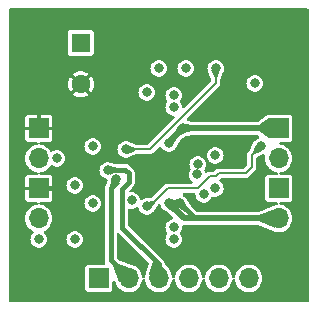
<source format=gbr>
%TF.GenerationSoftware,KiCad,Pcbnew,(7.0.0-rc1-145-gbd6d0b6cb6)*%
%TF.CreationDate,2023-03-28T23:28:49+02:00*%
%TF.ProjectId,2HBR_MINIMAL,32484252-5f4d-4494-9e49-4d414c2e6b69,rev?*%
%TF.SameCoordinates,Original*%
%TF.FileFunction,Copper,L2,Inr*%
%TF.FilePolarity,Positive*%
%FSLAX46Y46*%
G04 Gerber Fmt 4.6, Leading zero omitted, Abs format (unit mm)*
G04 Created by KiCad (PCBNEW (7.0.0-rc1-145-gbd6d0b6cb6)) date 2023-03-28 23:28:49*
%MOMM*%
%LPD*%
G01*
G04 APERTURE LIST*
%TA.AperFunction,ComponentPad*%
%ADD10R,1.700000X1.700000*%
%TD*%
%TA.AperFunction,ComponentPad*%
%ADD11O,1.700000X1.700000*%
%TD*%
%TA.AperFunction,ComponentPad*%
%ADD12R,1.600000X1.600000*%
%TD*%
%TA.AperFunction,ComponentPad*%
%ADD13C,1.600000*%
%TD*%
%TA.AperFunction,ViaPad*%
%ADD14C,0.800000*%
%TD*%
%TA.AperFunction,Conductor*%
%ADD15C,0.400000*%
%TD*%
%TA.AperFunction,Conductor*%
%ADD16C,0.500000*%
%TD*%
%TA.AperFunction,Conductor*%
%ADD17C,0.200000*%
%TD*%
G04 APERTURE END LIST*
D10*
%TO.N,GND*%
%TO.C,J4*%
X124459999Y-106679999D03*
D11*
%TO.N,VIN*%
X124459999Y-109219999D03*
%TD*%
D10*
%TO.N,GND*%
%TO.C,J5*%
X124459999Y-111759999D03*
D11*
%TO.N,VIN*%
X124459999Y-114299999D03*
%TD*%
D10*
%TO.N,U1-OUT1*%
%TO.C,J6*%
X144779999Y-111759999D03*
D11*
%TO.N,U1-OUT2*%
X144779999Y-114299999D03*
%TD*%
D12*
%TO.N,VIN*%
%TO.C,C8*%
X128015999Y-99439348D03*
D13*
%TO.N,GND*%
X128016000Y-102939349D03*
%TD*%
D10*
%TO.N,GNDA*%
%TO.C,J3*%
X129539999Y-119379999D03*
D11*
%TO.N,U1-IN2*%
X132079999Y-119379999D03*
%TO.N,U1-IN1*%
X134619999Y-119379999D03*
%TO.N,U1-EN*%
X137159999Y-119379999D03*
%TO.N,U1-nFault*%
X139699999Y-119379999D03*
%TO.N,U1-VCC*%
X142239999Y-119379999D03*
%TD*%
D10*
%TO.N,U1-OUT1*%
%TO.C,J2*%
X144779999Y-106679999D03*
D11*
%TO.N,U1-OUT2*%
X144779999Y-109219999D03*
%TD*%
D14*
%TO.N,U1-OUT2*%
X135469500Y-113014575D03*
X136398000Y-113030000D03*
%TO.N,U1-OUT1*%
X136652000Y-106680000D03*
X135469500Y-107935364D03*
%TO.N,GNDA*%
X134620000Y-101600000D03*
X139409000Y-111760000D03*
X127508000Y-116078000D03*
X132334000Y-112776000D03*
X127508000Y-111506000D03*
X139409000Y-108966000D03*
%TO.N,U1-VCC*%
X136906000Y-101600000D03*
X129032000Y-108204000D03*
X142748000Y-102870000D03*
%TO.N,VIN*%
X135890000Y-116078000D03*
X135890000Y-115062000D03*
X133604000Y-103632000D03*
X135890000Y-104902000D03*
X124460000Y-116078000D03*
X135890000Y-103886000D03*
X125984000Y-109220000D03*
%TO.N,GND*%
X145034000Y-102362000D03*
X125730000Y-117348000D03*
X141261500Y-111760000D03*
X145034000Y-116840000D03*
X133096000Y-105918000D03*
X127254000Y-107950000D03*
X145034000Y-99314000D03*
X146050000Y-116840000D03*
X145542000Y-104140000D03*
X130556000Y-107950000D03*
X123190000Y-100584000D03*
X132080000Y-97536000D03*
X145034000Y-100838000D03*
X123190000Y-117348000D03*
X127254000Y-106680000D03*
X131572000Y-117094000D03*
X136144000Y-102616000D03*
X145034000Y-97790000D03*
X127254000Y-109220000D03*
X123190000Y-102108000D03*
X144018000Y-116840000D03*
X137414000Y-103124000D03*
X133096000Y-115062000D03*
X123190000Y-98044000D03*
X130302000Y-105918000D03*
X124460000Y-117348000D03*
X141261500Y-108966000D03*
X123190000Y-103124000D03*
X143510000Y-104140000D03*
X123190000Y-99314000D03*
X144526000Y-104140000D03*
%TO.N,U1-nFault*%
X131826000Y-108458000D03*
X139446000Y-101600000D03*
%TO.N,U1-IN2*%
X131026500Y-110998000D03*
%TO.N,U1-IN1*%
X130302000Y-110236000D03*
%TO.N,U1-EN*%
X138430000Y-112268000D03*
%TO.N,U1-IFB*%
X137869048Y-110576383D03*
X137922000Y-109728000D03*
X143256000Y-108204000D03*
X133604000Y-113284000D03*
%TO.N,U1-ISET*%
X129032000Y-113030000D03*
%TD*%
D15*
%TO.N,U1-IN1*%
X132080000Y-110490000D02*
X131788000Y-110198000D01*
X132080000Y-111252000D02*
X132080000Y-110490000D01*
X131534000Y-111798000D02*
X132080000Y-111252000D01*
X131534000Y-115091919D02*
X131534000Y-111798000D01*
X131788000Y-110198000D02*
X130340000Y-110198000D01*
X134620000Y-118177919D02*
X131534000Y-115091919D01*
X134620000Y-119380000D02*
X134620000Y-118177919D01*
X130340000Y-110198000D02*
X130302000Y-110236000D01*
%TO.N,U1-OUT2*%
X136398000Y-113030000D02*
X137668000Y-114300000D01*
D16*
X144780000Y-114300000D02*
X137668000Y-114300000D01*
D15*
X135484925Y-113030000D02*
X135469500Y-113014575D01*
D16*
X137668000Y-114300000D02*
X136754925Y-114300000D01*
D15*
X136398000Y-113030000D02*
X135484925Y-113030000D01*
D16*
X136754925Y-114300000D02*
X135469500Y-113014575D01*
%TO.N,U1-OUT1*%
X136652000Y-106680000D02*
X135469500Y-107862500D01*
X135469500Y-107862500D02*
X135469500Y-107935364D01*
X144780000Y-106680000D02*
X136652000Y-106680000D01*
D15*
%TO.N,GND*%
X124460000Y-111760000D02*
X125984000Y-111760000D01*
D17*
%TO.N,U1-nFault*%
X133858000Y-108458000D02*
X131826000Y-108458000D01*
X139446000Y-101600000D02*
X139446000Y-102870000D01*
X139446000Y-102870000D02*
X133858000Y-108458000D01*
D15*
%TO.N,U1-IN2*%
X130556000Y-111760000D02*
X131026500Y-111289500D01*
X132080000Y-119380000D02*
X130556000Y-117856000D01*
X130556000Y-117856000D02*
X130556000Y-111760000D01*
X131026500Y-111289500D02*
X131026500Y-110998000D01*
D17*
%TO.N,U1-IFB*%
X138938000Y-110744000D02*
X137922000Y-111760000D01*
X143256000Y-108204000D02*
X142494000Y-108966000D01*
X142494000Y-108966000D02*
X142494000Y-109982000D01*
X139954000Y-110490000D02*
X139700000Y-110490000D01*
X135382000Y-111760000D02*
X134112000Y-113030000D01*
X134112000Y-113030000D02*
X133858000Y-113030000D01*
X137922000Y-111760000D02*
X135382000Y-111760000D01*
X141986000Y-110490000D02*
X139954000Y-110490000D01*
X139446000Y-110744000D02*
X138938000Y-110744000D01*
X139700000Y-110490000D02*
X139446000Y-110744000D01*
X142494000Y-109982000D02*
X141986000Y-110490000D01*
%TD*%
%TA.AperFunction,Conductor*%
%TO.N,GND*%
G36*
X131221436Y-115506590D02*
G01*
X131271595Y-115537328D01*
X133735740Y-118001473D01*
X133768357Y-118057978D01*
X133768340Y-118123222D01*
X133544728Y-118956575D01*
X133543065Y-118961665D01*
X133542595Y-118962611D01*
X133541505Y-118966439D01*
X133541499Y-118966460D01*
X133525453Y-119022857D01*
X133484244Y-119167690D01*
X133483707Y-119173482D01*
X133483707Y-119173484D01*
X133475463Y-119262454D01*
X133455034Y-119320426D01*
X133409610Y-119361835D01*
X133350000Y-119376828D01*
X133290390Y-119361835D01*
X133244966Y-119320426D01*
X133224537Y-119262454D01*
X133224452Y-119261542D01*
X133215756Y-119167690D01*
X133157405Y-118962611D01*
X133154399Y-118956575D01*
X133064962Y-118776959D01*
X133062366Y-118771745D01*
X132933872Y-118601593D01*
X132929568Y-118597670D01*
X132929566Y-118597667D01*
X132780605Y-118461870D01*
X132780600Y-118461866D01*
X132776302Y-118457948D01*
X132737284Y-118433789D01*
X132599975Y-118348770D01*
X132599969Y-118348767D01*
X132595019Y-118345702D01*
X132589593Y-118343599D01*
X132589585Y-118343596D01*
X132546547Y-118326924D01*
X132530054Y-118319117D01*
X132512085Y-118308958D01*
X132512073Y-118308952D01*
X132508466Y-118306913D01*
X132504621Y-118305364D01*
X132504612Y-118305360D01*
X131203292Y-117781237D01*
X131161270Y-117753456D01*
X131093405Y-117685591D01*
X131066091Y-117644714D01*
X131056500Y-117596496D01*
X131056500Y-115626423D01*
X131070233Y-115569220D01*
X131108439Y-115524487D01*
X131162789Y-115501974D01*
X131221436Y-115506590D01*
G37*
%TD.AperFunction*%
%TA.AperFunction,Conductor*%
G36*
X143598450Y-108897152D02*
G01*
X143637268Y-108951504D01*
X143641964Y-109007478D01*
X143644244Y-109007690D01*
X143624571Y-109220000D01*
X143644244Y-109432310D01*
X143645836Y-109437908D01*
X143645837Y-109437909D01*
X143699813Y-109627614D01*
X143702595Y-109637389D01*
X143705186Y-109642593D01*
X143705189Y-109642600D01*
X143794501Y-109821964D01*
X143797634Y-109828255D01*
X143801142Y-109832900D01*
X143801145Y-109832905D01*
X143854834Y-109904000D01*
X143926128Y-109998407D01*
X143930430Y-110002329D01*
X143930433Y-110002332D01*
X144079394Y-110138129D01*
X144079398Y-110138132D01*
X144083698Y-110142052D01*
X144193144Y-110209818D01*
X144254274Y-110247669D01*
X144264981Y-110254298D01*
X144270411Y-110256401D01*
X144270414Y-110256403D01*
X144342229Y-110284223D01*
X144463802Y-110331321D01*
X144469523Y-110332390D01*
X144469525Y-110332391D01*
X144520247Y-110341872D01*
X144615324Y-110359645D01*
X144671163Y-110385336D01*
X144708205Y-110434387D01*
X144717634Y-110495126D01*
X144697205Y-110553098D01*
X144651781Y-110594507D01*
X144592171Y-110609500D01*
X143888774Y-110609500D01*
X143888756Y-110609500D01*
X143885136Y-110609501D01*
X143881526Y-110609919D01*
X143881520Y-110609920D01*
X143869424Y-110611323D01*
X143869423Y-110611323D01*
X143860009Y-110612415D01*
X143851341Y-110616242D01*
X143851338Y-110616243D01*
X143767916Y-110653077D01*
X143767912Y-110653079D01*
X143757235Y-110657794D01*
X143748980Y-110666048D01*
X143748977Y-110666051D01*
X143686051Y-110728977D01*
X143686048Y-110728980D01*
X143677794Y-110737235D01*
X143673079Y-110747912D01*
X143673077Y-110747916D01*
X143636243Y-110831337D01*
X143636241Y-110831343D01*
X143632415Y-110840009D01*
X143631323Y-110849417D01*
X143631322Y-110849423D01*
X143629919Y-110861520D01*
X143629500Y-110865135D01*
X143629500Y-110868767D01*
X143629500Y-110868768D01*
X143629500Y-112651226D01*
X143629500Y-112651243D01*
X143629501Y-112654864D01*
X143632415Y-112679991D01*
X143636242Y-112688660D01*
X143636243Y-112688661D01*
X143659345Y-112740983D01*
X143677794Y-112782765D01*
X143757235Y-112862206D01*
X143767916Y-112866922D01*
X143850211Y-112903259D01*
X143860009Y-112907585D01*
X143885135Y-112910500D01*
X144592172Y-112910499D01*
X144651780Y-112925491D01*
X144697204Y-112966901D01*
X144717632Y-113024873D01*
X144708204Y-113085612D01*
X144671163Y-113134663D01*
X144615323Y-113160353D01*
X144469530Y-113187607D01*
X144469517Y-113187610D01*
X144463802Y-113188679D01*
X144458381Y-113190778D01*
X144458374Y-113190781D01*
X144386990Y-113218435D01*
X144375635Y-113222224D01*
X144336149Y-113233345D01*
X144336141Y-113233347D01*
X144333207Y-113234174D01*
X144330364Y-113235280D01*
X144330358Y-113235283D01*
X143514215Y-113553079D01*
X143063256Y-113728677D01*
X143031832Y-113740913D01*
X142986113Y-113749500D01*
X137877504Y-113749500D01*
X137829286Y-113739909D01*
X137788409Y-113712595D01*
X137370404Y-113294590D01*
X137350726Y-113269092D01*
X137330310Y-113234174D01*
X137036420Y-112731518D01*
X137036419Y-112731517D01*
X137036997Y-112731180D01*
X137026164Y-112710891D01*
X137025524Y-112709204D01*
X137025521Y-112709200D01*
X137022818Y-112702070D01*
X136926183Y-112562071D01*
X136809475Y-112458677D01*
X136804555Y-112454318D01*
X136804552Y-112454316D01*
X136798852Y-112449266D01*
X136792106Y-112445725D01*
X136792104Y-112445724D01*
X136701302Y-112398067D01*
X136652825Y-112352982D01*
X136633895Y-112289544D01*
X136649738Y-112225266D01*
X136695981Y-112177892D01*
X136759858Y-112160500D01*
X137599676Y-112160500D01*
X137658231Y-112174932D01*
X137703372Y-112214924D01*
X137724757Y-112271312D01*
X137743940Y-112429303D01*
X137743941Y-112429310D01*
X137744860Y-112436872D01*
X137747562Y-112443998D01*
X137747563Y-112444000D01*
X137802477Y-112588799D01*
X137802479Y-112588803D01*
X137805182Y-112595930D01*
X137809511Y-112602202D01*
X137809513Y-112602205D01*
X137824702Y-112624210D01*
X137901817Y-112735929D01*
X137907522Y-112740983D01*
X137963681Y-112790736D01*
X138029148Y-112848734D01*
X138179775Y-112927790D01*
X138344944Y-112968500D01*
X138507438Y-112968500D01*
X138515056Y-112968500D01*
X138680225Y-112927790D01*
X138830852Y-112848734D01*
X138958183Y-112735929D01*
X139054818Y-112595930D01*
X139085213Y-112515783D01*
X139119469Y-112466155D01*
X139172868Y-112438129D01*
X139233176Y-112438128D01*
X139323944Y-112460500D01*
X139486438Y-112460500D01*
X139494056Y-112460500D01*
X139659225Y-112419790D01*
X139809852Y-112340734D01*
X139937183Y-112227929D01*
X140033818Y-112087930D01*
X140094140Y-111928872D01*
X140110265Y-111796073D01*
X140113726Y-111767569D01*
X140114645Y-111760000D01*
X140111928Y-111737620D01*
X140095059Y-111598696D01*
X140095058Y-111598695D01*
X140094140Y-111591128D01*
X140033818Y-111432070D01*
X139937183Y-111292071D01*
X139874087Y-111236173D01*
X139815555Y-111184318D01*
X139815552Y-111184316D01*
X139809852Y-111179266D01*
X139803105Y-111175725D01*
X139796832Y-111171395D01*
X139798184Y-111169435D01*
X139764798Y-111140298D01*
X139742841Y-111086124D01*
X139747695Y-111027871D01*
X139778310Y-110978082D01*
X139828988Y-110927403D01*
X139869865Y-110900091D01*
X139918083Y-110890500D01*
X142039515Y-110890500D01*
X142049433Y-110890500D01*
X142070348Y-110883703D01*
X142089569Y-110879088D01*
X142111304Y-110875646D01*
X142130910Y-110865655D01*
X142149166Y-110858093D01*
X142170090Y-110851296D01*
X142187891Y-110838362D01*
X142204741Y-110828036D01*
X142224342Y-110818050D01*
X142246905Y-110795486D01*
X142246909Y-110795484D01*
X142799483Y-110242909D01*
X142822050Y-110220342D01*
X142832033Y-110200745D01*
X142842371Y-110183878D01*
X142842630Y-110183520D01*
X142855296Y-110166090D01*
X142862093Y-110145168D01*
X142869655Y-110126910D01*
X142879646Y-110107304D01*
X142883087Y-110085567D01*
X142887701Y-110066352D01*
X142894499Y-110045433D01*
X142894499Y-110013525D01*
X142894500Y-110013519D01*
X142894500Y-109200201D01*
X142904125Y-109151902D01*
X142931529Y-109110981D01*
X142972524Y-109083692D01*
X143471017Y-108878429D01*
X143537307Y-108870277D01*
X143598450Y-108897152D01*
G37*
%TD.AperFunction*%
%TA.AperFunction,Conductor*%
G36*
X147256500Y-96537381D02*
G01*
X147302619Y-96583500D01*
X147319500Y-96646500D01*
X147319500Y-121285500D01*
X147302619Y-121348500D01*
X147256500Y-121394619D01*
X147193500Y-121411500D01*
X122046500Y-121411500D01*
X121983500Y-121394619D01*
X121937381Y-121348500D01*
X121920500Y-121285500D01*
X121920500Y-120271243D01*
X128389500Y-120271243D01*
X128389501Y-120274864D01*
X128392415Y-120299991D01*
X128396242Y-120308660D01*
X128396243Y-120308661D01*
X128396243Y-120308662D01*
X128437794Y-120402765D01*
X128517235Y-120482206D01*
X128620009Y-120527585D01*
X128645135Y-120530500D01*
X130434864Y-120530499D01*
X130459991Y-120527585D01*
X130562765Y-120482206D01*
X130642206Y-120402765D01*
X130687585Y-120299991D01*
X130690500Y-120274865D01*
X130690499Y-119672954D01*
X130709196Y-119606911D01*
X130759737Y-119560466D01*
X130827124Y-119547405D01*
X130891358Y-119571604D01*
X130933374Y-119625881D01*
X131006913Y-119808466D01*
X131008952Y-119812074D01*
X131008957Y-119812083D01*
X131015330Y-119823356D01*
X131018433Y-119829198D01*
X131097634Y-119988255D01*
X131101142Y-119992900D01*
X131101145Y-119992905D01*
X131210751Y-120138045D01*
X131226128Y-120158407D01*
X131230430Y-120162329D01*
X131230433Y-120162332D01*
X131379394Y-120298129D01*
X131379398Y-120298132D01*
X131383698Y-120302052D01*
X131505193Y-120377278D01*
X131546354Y-120402765D01*
X131564981Y-120414298D01*
X131570411Y-120416401D01*
X131570414Y-120416403D01*
X131642229Y-120444223D01*
X131763802Y-120491321D01*
X131973390Y-120530500D01*
X132180783Y-120530500D01*
X132186610Y-120530500D01*
X132396198Y-120491321D01*
X132595019Y-120414298D01*
X132776302Y-120302052D01*
X132933872Y-120158407D01*
X133062366Y-119988255D01*
X133157405Y-119797389D01*
X133215756Y-119592310D01*
X133224536Y-119497546D01*
X133244966Y-119439573D01*
X133290390Y-119398164D01*
X133350000Y-119383171D01*
X133409610Y-119398164D01*
X133455034Y-119439573D01*
X133475463Y-119497546D01*
X133483706Y-119586514D01*
X133483707Y-119586523D01*
X133484244Y-119592310D01*
X133542595Y-119797389D01*
X133545186Y-119802593D01*
X133545189Y-119802600D01*
X133635037Y-119983040D01*
X133637634Y-119988255D01*
X133641142Y-119992900D01*
X133641145Y-119992905D01*
X133750751Y-120138045D01*
X133766128Y-120158407D01*
X133770430Y-120162329D01*
X133770433Y-120162332D01*
X133919394Y-120298129D01*
X133919398Y-120298132D01*
X133923698Y-120302052D01*
X134045193Y-120377278D01*
X134086354Y-120402765D01*
X134104981Y-120414298D01*
X134110411Y-120416401D01*
X134110414Y-120416403D01*
X134182229Y-120444223D01*
X134303802Y-120491321D01*
X134513390Y-120530500D01*
X134720783Y-120530500D01*
X134726610Y-120530500D01*
X134936198Y-120491321D01*
X135135019Y-120414298D01*
X135316302Y-120302052D01*
X135473872Y-120158407D01*
X135602366Y-119988255D01*
X135697405Y-119797389D01*
X135755756Y-119592310D01*
X135764536Y-119497546D01*
X135784966Y-119439573D01*
X135830390Y-119398164D01*
X135890000Y-119383171D01*
X135949610Y-119398164D01*
X135995034Y-119439573D01*
X136015463Y-119497546D01*
X136023706Y-119586514D01*
X136023707Y-119586523D01*
X136024244Y-119592310D01*
X136082595Y-119797389D01*
X136085186Y-119802593D01*
X136085189Y-119802600D01*
X136175037Y-119983040D01*
X136177634Y-119988255D01*
X136181142Y-119992900D01*
X136181145Y-119992905D01*
X136290751Y-120138045D01*
X136306128Y-120158407D01*
X136310430Y-120162329D01*
X136310433Y-120162332D01*
X136459394Y-120298129D01*
X136459398Y-120298132D01*
X136463698Y-120302052D01*
X136585193Y-120377278D01*
X136626354Y-120402765D01*
X136644981Y-120414298D01*
X136650411Y-120416401D01*
X136650414Y-120416403D01*
X136722229Y-120444223D01*
X136843802Y-120491321D01*
X137053390Y-120530500D01*
X137260783Y-120530500D01*
X137266610Y-120530500D01*
X137476198Y-120491321D01*
X137675019Y-120414298D01*
X137856302Y-120302052D01*
X138013872Y-120158407D01*
X138142366Y-119988255D01*
X138237405Y-119797389D01*
X138295756Y-119592310D01*
X138304536Y-119497546D01*
X138324966Y-119439573D01*
X138370390Y-119398164D01*
X138430000Y-119383171D01*
X138489610Y-119398164D01*
X138535034Y-119439573D01*
X138555463Y-119497546D01*
X138563706Y-119586514D01*
X138563707Y-119586523D01*
X138564244Y-119592310D01*
X138622595Y-119797389D01*
X138625186Y-119802593D01*
X138625189Y-119802600D01*
X138715037Y-119983040D01*
X138717634Y-119988255D01*
X138721142Y-119992900D01*
X138721145Y-119992905D01*
X138830751Y-120138045D01*
X138846128Y-120158407D01*
X138850430Y-120162329D01*
X138850433Y-120162332D01*
X138999394Y-120298129D01*
X138999398Y-120298132D01*
X139003698Y-120302052D01*
X139125193Y-120377278D01*
X139166354Y-120402765D01*
X139184981Y-120414298D01*
X139190411Y-120416401D01*
X139190414Y-120416403D01*
X139262229Y-120444223D01*
X139383802Y-120491321D01*
X139593390Y-120530500D01*
X139800783Y-120530500D01*
X139806610Y-120530500D01*
X140016198Y-120491321D01*
X140215019Y-120414298D01*
X140396302Y-120302052D01*
X140553872Y-120158407D01*
X140682366Y-119988255D01*
X140777405Y-119797389D01*
X140835756Y-119592310D01*
X140844536Y-119497546D01*
X140864966Y-119439573D01*
X140910390Y-119398164D01*
X140970000Y-119383171D01*
X141029610Y-119398164D01*
X141075034Y-119439573D01*
X141095463Y-119497546D01*
X141103706Y-119586514D01*
X141103707Y-119586523D01*
X141104244Y-119592310D01*
X141162595Y-119797389D01*
X141165186Y-119802593D01*
X141165189Y-119802600D01*
X141255037Y-119983040D01*
X141257634Y-119988255D01*
X141261142Y-119992900D01*
X141261145Y-119992905D01*
X141370751Y-120138045D01*
X141386128Y-120158407D01*
X141390430Y-120162329D01*
X141390433Y-120162332D01*
X141539394Y-120298129D01*
X141539398Y-120298132D01*
X141543698Y-120302052D01*
X141665193Y-120377278D01*
X141706354Y-120402765D01*
X141724981Y-120414298D01*
X141730411Y-120416401D01*
X141730414Y-120416403D01*
X141802229Y-120444223D01*
X141923802Y-120491321D01*
X142133390Y-120530500D01*
X142340783Y-120530500D01*
X142346610Y-120530500D01*
X142556198Y-120491321D01*
X142755019Y-120414298D01*
X142936302Y-120302052D01*
X143093872Y-120158407D01*
X143222366Y-119988255D01*
X143317405Y-119797389D01*
X143375756Y-119592310D01*
X143395429Y-119380000D01*
X143375756Y-119167690D01*
X143317405Y-118962611D01*
X143314399Y-118956575D01*
X143224962Y-118776959D01*
X143222366Y-118771745D01*
X143093872Y-118601593D01*
X143089568Y-118597670D01*
X143089566Y-118597667D01*
X142940605Y-118461870D01*
X142940600Y-118461866D01*
X142936302Y-118457948D01*
X142897284Y-118433789D01*
X142759975Y-118348770D01*
X142759969Y-118348767D01*
X142755019Y-118345702D01*
X142749592Y-118343599D01*
X142749585Y-118343596D01*
X142561627Y-118270782D01*
X142561625Y-118270781D01*
X142556198Y-118268679D01*
X142550476Y-118267609D01*
X142550475Y-118267609D01*
X142352335Y-118230570D01*
X142352332Y-118230569D01*
X142346610Y-118229500D01*
X142133390Y-118229500D01*
X142127668Y-118230569D01*
X142127664Y-118230570D01*
X141929524Y-118267609D01*
X141929520Y-118267610D01*
X141923802Y-118268679D01*
X141918377Y-118270780D01*
X141918372Y-118270782D01*
X141730414Y-118343596D01*
X141730402Y-118343601D01*
X141724981Y-118345702D01*
X141720034Y-118348764D01*
X141720024Y-118348770D01*
X141548649Y-118454882D01*
X141548645Y-118454884D01*
X141543698Y-118457948D01*
X141539404Y-118461862D01*
X141539394Y-118461870D01*
X141390433Y-118597667D01*
X141390425Y-118597675D01*
X141386128Y-118601593D01*
X141382619Y-118606239D01*
X141382615Y-118606244D01*
X141261145Y-118767094D01*
X141261139Y-118767103D01*
X141257634Y-118771745D01*
X141255040Y-118776952D01*
X141255037Y-118776959D01*
X141165189Y-118957399D01*
X141165184Y-118957410D01*
X141162595Y-118962611D01*
X141161003Y-118968204D01*
X141161001Y-118968211D01*
X141145453Y-119022857D01*
X141104244Y-119167690D01*
X141103707Y-119173482D01*
X141103707Y-119173484D01*
X141095463Y-119262454D01*
X141075034Y-119320426D01*
X141029610Y-119361835D01*
X140970000Y-119376828D01*
X140910390Y-119361835D01*
X140864966Y-119320426D01*
X140844537Y-119262454D01*
X140844452Y-119261542D01*
X140835756Y-119167690D01*
X140777405Y-118962611D01*
X140774399Y-118956575D01*
X140684962Y-118776959D01*
X140682366Y-118771745D01*
X140553872Y-118601593D01*
X140549568Y-118597670D01*
X140549566Y-118597667D01*
X140400605Y-118461870D01*
X140400600Y-118461866D01*
X140396302Y-118457948D01*
X140357284Y-118433789D01*
X140219975Y-118348770D01*
X140219969Y-118348767D01*
X140215019Y-118345702D01*
X140209592Y-118343599D01*
X140209585Y-118343596D01*
X140021627Y-118270782D01*
X140021625Y-118270781D01*
X140016198Y-118268679D01*
X140010476Y-118267609D01*
X140010475Y-118267609D01*
X139812335Y-118230570D01*
X139812332Y-118230569D01*
X139806610Y-118229500D01*
X139593390Y-118229500D01*
X139587668Y-118230569D01*
X139587664Y-118230570D01*
X139389524Y-118267609D01*
X139389520Y-118267610D01*
X139383802Y-118268679D01*
X139378377Y-118270780D01*
X139378372Y-118270782D01*
X139190414Y-118343596D01*
X139190402Y-118343601D01*
X139184981Y-118345702D01*
X139180034Y-118348764D01*
X139180024Y-118348770D01*
X139008649Y-118454882D01*
X139008645Y-118454884D01*
X139003698Y-118457948D01*
X138999404Y-118461862D01*
X138999394Y-118461870D01*
X138850433Y-118597667D01*
X138850425Y-118597675D01*
X138846128Y-118601593D01*
X138842619Y-118606239D01*
X138842615Y-118606244D01*
X138721145Y-118767094D01*
X138721139Y-118767103D01*
X138717634Y-118771745D01*
X138715040Y-118776952D01*
X138715037Y-118776959D01*
X138625189Y-118957399D01*
X138625184Y-118957410D01*
X138622595Y-118962611D01*
X138621003Y-118968204D01*
X138621001Y-118968211D01*
X138605453Y-119022857D01*
X138564244Y-119167690D01*
X138563707Y-119173482D01*
X138563707Y-119173484D01*
X138555463Y-119262454D01*
X138535034Y-119320426D01*
X138489610Y-119361835D01*
X138430000Y-119376828D01*
X138370390Y-119361835D01*
X138324966Y-119320426D01*
X138304537Y-119262454D01*
X138304452Y-119261542D01*
X138295756Y-119167690D01*
X138237405Y-118962611D01*
X138234399Y-118956575D01*
X138144962Y-118776959D01*
X138142366Y-118771745D01*
X138013872Y-118601593D01*
X138009568Y-118597670D01*
X138009566Y-118597667D01*
X137860605Y-118461870D01*
X137860600Y-118461866D01*
X137856302Y-118457948D01*
X137817284Y-118433789D01*
X137679975Y-118348770D01*
X137679969Y-118348767D01*
X137675019Y-118345702D01*
X137669592Y-118343599D01*
X137669585Y-118343596D01*
X137481627Y-118270782D01*
X137481625Y-118270781D01*
X137476198Y-118268679D01*
X137470476Y-118267609D01*
X137470475Y-118267609D01*
X137272335Y-118230570D01*
X137272332Y-118230569D01*
X137266610Y-118229500D01*
X137053390Y-118229500D01*
X137047668Y-118230569D01*
X137047664Y-118230570D01*
X136849524Y-118267609D01*
X136849520Y-118267610D01*
X136843802Y-118268679D01*
X136838377Y-118270780D01*
X136838372Y-118270782D01*
X136650414Y-118343596D01*
X136650402Y-118343601D01*
X136644981Y-118345702D01*
X136640034Y-118348764D01*
X136640024Y-118348770D01*
X136468649Y-118454882D01*
X136468645Y-118454884D01*
X136463698Y-118457948D01*
X136459404Y-118461862D01*
X136459394Y-118461870D01*
X136310433Y-118597667D01*
X136310425Y-118597675D01*
X136306128Y-118601593D01*
X136302619Y-118606239D01*
X136302615Y-118606244D01*
X136181145Y-118767094D01*
X136181139Y-118767103D01*
X136177634Y-118771745D01*
X136175040Y-118776952D01*
X136175037Y-118776959D01*
X136085189Y-118957399D01*
X136085184Y-118957410D01*
X136082595Y-118962611D01*
X136081003Y-118968204D01*
X136081001Y-118968211D01*
X136065453Y-119022857D01*
X136024244Y-119167690D01*
X136023707Y-119173482D01*
X136023707Y-119173484D01*
X136015463Y-119262454D01*
X135995034Y-119320426D01*
X135949610Y-119361835D01*
X135890000Y-119376828D01*
X135830390Y-119361835D01*
X135784966Y-119320426D01*
X135764537Y-119262454D01*
X135764452Y-119261542D01*
X135755756Y-119167690D01*
X135697405Y-118962611D01*
X135694399Y-118956575D01*
X135604962Y-118776959D01*
X135602366Y-118771745D01*
X135473872Y-118601593D01*
X135469564Y-118597666D01*
X135465644Y-118593365D01*
X135465750Y-118593267D01*
X135454160Y-118580440D01*
X135282356Y-118348770D01*
X135140015Y-118156829D01*
X135115544Y-118090761D01*
X135114091Y-118070436D01*
X135110940Y-118061988D01*
X135109026Y-118053188D01*
X135109173Y-118053155D01*
X135109131Y-118052989D01*
X135108987Y-118053032D01*
X135106447Y-118044383D01*
X135105165Y-118035462D01*
X135084560Y-117990346D01*
X135081124Y-117982048D01*
X135066946Y-117944034D01*
X135063796Y-117935588D01*
X135058393Y-117928371D01*
X135054076Y-117920464D01*
X135054207Y-117920392D01*
X135054119Y-117920244D01*
X135053994Y-117920325D01*
X135049118Y-117912739D01*
X135045377Y-117904546D01*
X135038188Y-117896250D01*
X135012910Y-117867077D01*
X135007264Y-117860071D01*
X135001920Y-117852932D01*
X134999221Y-117849326D01*
X134989735Y-117839840D01*
X134983605Y-117833257D01*
X134951128Y-117795776D01*
X134943545Y-117790902D01*
X134936737Y-117785003D01*
X134936834Y-117784890D01*
X134926276Y-117776381D01*
X134611976Y-117462081D01*
X134601428Y-117451445D01*
X134602521Y-117450360D01*
X134602254Y-117449988D01*
X134601069Y-117451174D01*
X132071405Y-114921510D01*
X132044091Y-114880633D01*
X132034500Y-114832415D01*
X132034500Y-113584472D01*
X132047215Y-113529313D01*
X132082793Y-113485287D01*
X132134054Y-113461279D01*
X132190653Y-113462133D01*
X132241547Y-113474677D01*
X132241548Y-113474677D01*
X132248944Y-113476500D01*
X132411438Y-113476500D01*
X132419056Y-113476500D01*
X132584225Y-113435790D01*
X132734852Y-113356734D01*
X132736177Y-113359258D01*
X132781662Y-113342630D01*
X132844244Y-113352595D01*
X132894061Y-113391763D01*
X132913616Y-113438523D01*
X132916118Y-113437907D01*
X132917941Y-113445304D01*
X132918860Y-113452872D01*
X132921562Y-113459998D01*
X132921563Y-113460000D01*
X132976477Y-113604799D01*
X132976479Y-113604803D01*
X132979182Y-113611930D01*
X133075817Y-113751929D01*
X133203148Y-113864734D01*
X133353775Y-113943790D01*
X133518944Y-113984500D01*
X133681438Y-113984500D01*
X133689056Y-113984500D01*
X133854225Y-113943790D01*
X134004852Y-113864734D01*
X134072043Y-113805207D01*
X134078350Y-113799978D01*
X134082076Y-113797089D01*
X134085245Y-113793799D01*
X134087242Y-113792006D01*
X134090862Y-113788535D01*
X134132183Y-113751929D01*
X134185181Y-113675147D01*
X134186437Y-113673363D01*
X134562356Y-113149669D01*
X134563944Y-113150809D01*
X134597835Y-113115905D01*
X134653772Y-113096936D01*
X134712207Y-113105542D01*
X134760299Y-113139832D01*
X134783145Y-113183907D01*
X134784360Y-113183447D01*
X134841977Y-113335374D01*
X134841979Y-113335378D01*
X134844682Y-113342505D01*
X134849011Y-113348777D01*
X134849013Y-113348780D01*
X134891221Y-113409928D01*
X134941317Y-113482504D01*
X134994154Y-113529313D01*
X135019962Y-113552177D01*
X135021947Y-113553974D01*
X135025752Y-113557492D01*
X135024983Y-113558323D01*
X135025658Y-113559249D01*
X135026664Y-113558115D01*
X135068648Y-113595309D01*
X135088410Y-113605681D01*
X135115267Y-113619777D01*
X135127861Y-113627355D01*
X135221970Y-113691745D01*
X135649844Y-113984500D01*
X135675195Y-114001845D01*
X135693140Y-114016739D01*
X135833866Y-114157465D01*
X135866640Y-114214562D01*
X135866143Y-114280395D01*
X135832511Y-114336991D01*
X135774925Y-114368898D01*
X135639775Y-114402210D01*
X135633025Y-114405752D01*
X135633024Y-114405753D01*
X135495895Y-114477724D01*
X135495889Y-114477727D01*
X135489148Y-114481266D01*
X135483450Y-114486313D01*
X135483444Y-114486318D01*
X135367522Y-114589016D01*
X135367518Y-114589019D01*
X135361817Y-114594071D01*
X135357487Y-114600343D01*
X135357486Y-114600345D01*
X135269513Y-114727794D01*
X135269509Y-114727800D01*
X135265182Y-114734070D01*
X135262480Y-114741193D01*
X135262477Y-114741200D01*
X135207563Y-114885999D01*
X135207561Y-114886003D01*
X135204860Y-114893128D01*
X135203942Y-114900687D01*
X135203940Y-114900696D01*
X135192892Y-114991689D01*
X135184355Y-115062000D01*
X135185274Y-115069569D01*
X135203940Y-115223303D01*
X135203941Y-115223310D01*
X135204860Y-115230872D01*
X135207562Y-115237998D01*
X135207563Y-115238000D01*
X135262477Y-115382799D01*
X135262479Y-115382803D01*
X135265182Y-115389930D01*
X135269511Y-115396201D01*
X135269513Y-115396205D01*
X135340070Y-115498424D01*
X135359828Y-115544797D01*
X135359828Y-115595203D01*
X135340070Y-115641576D01*
X135269513Y-115743794D01*
X135269511Y-115743798D01*
X135265182Y-115750070D01*
X135262480Y-115757193D01*
X135262477Y-115757200D01*
X135207563Y-115901999D01*
X135207561Y-115902003D01*
X135204860Y-115909128D01*
X135203942Y-115916687D01*
X135203940Y-115916696D01*
X135185274Y-116070431D01*
X135184355Y-116078000D01*
X135185274Y-116085569D01*
X135203940Y-116239303D01*
X135203941Y-116239310D01*
X135204860Y-116246872D01*
X135207562Y-116253998D01*
X135207563Y-116254000D01*
X135262477Y-116398799D01*
X135262479Y-116398803D01*
X135265182Y-116405930D01*
X135361817Y-116545929D01*
X135489148Y-116658734D01*
X135639775Y-116737790D01*
X135804944Y-116778500D01*
X135967438Y-116778500D01*
X135975056Y-116778500D01*
X136140225Y-116737790D01*
X136290852Y-116658734D01*
X136418183Y-116545929D01*
X136514818Y-116405930D01*
X136575140Y-116246872D01*
X136595645Y-116078000D01*
X136575140Y-115909128D01*
X136514818Y-115750070D01*
X136439927Y-115641572D01*
X136420171Y-115595203D01*
X136420171Y-115544797D01*
X136439929Y-115498424D01*
X136514818Y-115389930D01*
X136575140Y-115230872D01*
X136595645Y-115062000D01*
X136587107Y-114991686D01*
X136598353Y-114922485D01*
X136644845Y-114870006D01*
X136712188Y-114850500D01*
X136720252Y-114850500D01*
X136733136Y-114851160D01*
X136773896Y-114855351D01*
X136791406Y-114852332D01*
X136812814Y-114850500D01*
X137592335Y-114850500D01*
X137705658Y-114850500D01*
X142986112Y-114850500D01*
X143031830Y-114859086D01*
X144333208Y-115365826D01*
X144336153Y-115366655D01*
X144336158Y-115366657D01*
X144375626Y-115377772D01*
X144386988Y-115381563D01*
X144405640Y-115388789D01*
X144463802Y-115411321D01*
X144673390Y-115450500D01*
X144880783Y-115450500D01*
X144886610Y-115450500D01*
X145096198Y-115411321D01*
X145295019Y-115334298D01*
X145476302Y-115222052D01*
X145633872Y-115078407D01*
X145762366Y-114908255D01*
X145857405Y-114717389D01*
X145915756Y-114512310D01*
X145935429Y-114300000D01*
X145915756Y-114087690D01*
X145857405Y-113882611D01*
X145848503Y-113864734D01*
X145789209Y-113745654D01*
X145762366Y-113691745D01*
X145758213Y-113686246D01*
X145637384Y-113526244D01*
X145633872Y-113521593D01*
X145629568Y-113517670D01*
X145629566Y-113517667D01*
X145480605Y-113381870D01*
X145480600Y-113381866D01*
X145476302Y-113377948D01*
X145341675Y-113294590D01*
X145299975Y-113268770D01*
X145299969Y-113268767D01*
X145295019Y-113265702D01*
X145289592Y-113263599D01*
X145289585Y-113263596D01*
X145101627Y-113190782D01*
X145101625Y-113190781D01*
X145096198Y-113188679D01*
X145090476Y-113187609D01*
X145090475Y-113187609D01*
X144944675Y-113160354D01*
X144888835Y-113134663D01*
X144851794Y-113085612D01*
X144842366Y-113024873D01*
X144862794Y-112966901D01*
X144908218Y-112925491D01*
X144967826Y-112910499D01*
X145674864Y-112910499D01*
X145699991Y-112907585D01*
X145802765Y-112862206D01*
X145882206Y-112782765D01*
X145927585Y-112679991D01*
X145930500Y-112654865D01*
X145930499Y-110865136D01*
X145927585Y-110840009D01*
X145882206Y-110737235D01*
X145802765Y-110657794D01*
X145792084Y-110653078D01*
X145792083Y-110653077D01*
X145708662Y-110616243D01*
X145708658Y-110616242D01*
X145699991Y-110612415D01*
X145690580Y-110611323D01*
X145690576Y-110611322D01*
X145678469Y-110609918D01*
X145678466Y-110609917D01*
X145674865Y-110609500D01*
X145671232Y-110609500D01*
X144967829Y-110609500D01*
X144908219Y-110594508D01*
X144862795Y-110553098D01*
X144842366Y-110495126D01*
X144851795Y-110434387D01*
X144888837Y-110385336D01*
X144944675Y-110359645D01*
X145096198Y-110331321D01*
X145295019Y-110254298D01*
X145476302Y-110142052D01*
X145633872Y-109998407D01*
X145762366Y-109828255D01*
X145857405Y-109637389D01*
X145915756Y-109432310D01*
X145935429Y-109220000D01*
X145915756Y-109007690D01*
X145857405Y-108802611D01*
X145852223Y-108792205D01*
X145773468Y-108634041D01*
X145762366Y-108611745D01*
X145751214Y-108596978D01*
X145686320Y-108511045D01*
X145633872Y-108441593D01*
X145629568Y-108437670D01*
X145629566Y-108437667D01*
X145480605Y-108301870D01*
X145480600Y-108301866D01*
X145476302Y-108297948D01*
X145430465Y-108269567D01*
X145299975Y-108188770D01*
X145299969Y-108188767D01*
X145295019Y-108185702D01*
X145289592Y-108183599D01*
X145289585Y-108183596D01*
X145101627Y-108110782D01*
X145101625Y-108110781D01*
X145096198Y-108108679D01*
X145090484Y-108107610D01*
X145090474Y-108107608D01*
X144944674Y-108080354D01*
X144888834Y-108054663D01*
X144851792Y-108005612D01*
X144842363Y-107944873D01*
X144862792Y-107886901D01*
X144908216Y-107845491D01*
X144967826Y-107830499D01*
X145671226Y-107830499D01*
X145674864Y-107830499D01*
X145699991Y-107827585D01*
X145802765Y-107782206D01*
X145882206Y-107702765D01*
X145927585Y-107599991D01*
X145930500Y-107574865D01*
X145930499Y-105785136D01*
X145927585Y-105760009D01*
X145882206Y-105657235D01*
X145802765Y-105577794D01*
X145792084Y-105573078D01*
X145792083Y-105573077D01*
X145708662Y-105536243D01*
X145708658Y-105536242D01*
X145699991Y-105532415D01*
X145690580Y-105531323D01*
X145690576Y-105531322D01*
X145678469Y-105529918D01*
X145678466Y-105529917D01*
X145674865Y-105529500D01*
X145671232Y-105529500D01*
X143956852Y-105529500D01*
X143956852Y-105528228D01*
X143952170Y-105529132D01*
X143952171Y-105529500D01*
X143950272Y-105529500D01*
X143950271Y-105529500D01*
X143940323Y-105529500D01*
X143888774Y-105529500D01*
X143888757Y-105529500D01*
X143885136Y-105529501D01*
X143881526Y-105529919D01*
X143881520Y-105529920D01*
X143869424Y-105531323D01*
X143869423Y-105531323D01*
X143860009Y-105532415D01*
X143851341Y-105536242D01*
X143851338Y-105536243D01*
X143767909Y-105573080D01*
X143767904Y-105573082D01*
X143757235Y-105577794D01*
X143751998Y-105583029D01*
X143750765Y-105583746D01*
X143745778Y-105586094D01*
X143741282Y-105589267D01*
X143741271Y-105589274D01*
X143008625Y-106106438D01*
X142974080Y-106123596D01*
X142935963Y-106129500D01*
X137518767Y-106129500D01*
X137495546Y-106127342D01*
X137106759Y-106054443D01*
X137046137Y-106024656D01*
X137009608Y-105967839D01*
X137007672Y-105900322D01*
X137040883Y-105841508D01*
X139751483Y-103130909D01*
X139751483Y-103130908D01*
X139774050Y-103108342D01*
X139784033Y-103088745D01*
X139794371Y-103071878D01*
X139801466Y-103062113D01*
X139807296Y-103054090D01*
X139814093Y-103033168D01*
X139821655Y-103014910D01*
X139831646Y-102995304D01*
X139835087Y-102973567D01*
X139839701Y-102954352D01*
X139846499Y-102933433D01*
X139846499Y-102901525D01*
X139846500Y-102901519D01*
X139846500Y-102870000D01*
X142042355Y-102870000D01*
X142043274Y-102877569D01*
X142061940Y-103031303D01*
X142061941Y-103031310D01*
X142062860Y-103038872D01*
X142065562Y-103045998D01*
X142065563Y-103046000D01*
X142120477Y-103190799D01*
X142120479Y-103190803D01*
X142123182Y-103197930D01*
X142127511Y-103204202D01*
X142127513Y-103204205D01*
X142142702Y-103226210D01*
X142219817Y-103337929D01*
X142347148Y-103450734D01*
X142497775Y-103529790D01*
X142662944Y-103570500D01*
X142825438Y-103570500D01*
X142833056Y-103570500D01*
X142998225Y-103529790D01*
X143148852Y-103450734D01*
X143276183Y-103337929D01*
X143372818Y-103197930D01*
X143433140Y-103038872D01*
X143453645Y-102870000D01*
X143452726Y-102862431D01*
X143434059Y-102708696D01*
X143434058Y-102708695D01*
X143433140Y-102701128D01*
X143372818Y-102542070D01*
X143276183Y-102402071D01*
X143220957Y-102353145D01*
X143154555Y-102294318D01*
X143154552Y-102294316D01*
X143148852Y-102289266D01*
X143142106Y-102285725D01*
X143142104Y-102285724D01*
X143068103Y-102246885D01*
X142998225Y-102210210D01*
X142990827Y-102208386D01*
X142990823Y-102208385D01*
X142840451Y-102171322D01*
X142840445Y-102171321D01*
X142833056Y-102169500D01*
X142662944Y-102169500D01*
X142655555Y-102171321D01*
X142655548Y-102171322D01*
X142505176Y-102208385D01*
X142505169Y-102208387D01*
X142497775Y-102210210D01*
X142491025Y-102213752D01*
X142491024Y-102213753D01*
X142353895Y-102285724D01*
X142353889Y-102285727D01*
X142347148Y-102289266D01*
X142341450Y-102294313D01*
X142341444Y-102294318D01*
X142225522Y-102397016D01*
X142225518Y-102397019D01*
X142219817Y-102402071D01*
X142215487Y-102408343D01*
X142215486Y-102408345D01*
X142127513Y-102535794D01*
X142127509Y-102535800D01*
X142123182Y-102542070D01*
X142120480Y-102549193D01*
X142120477Y-102549200D01*
X142065563Y-102693999D01*
X142065561Y-102694003D01*
X142062860Y-102701128D01*
X142061942Y-102708687D01*
X142061940Y-102708696D01*
X142043274Y-102862431D01*
X142042355Y-102870000D01*
X139846500Y-102870000D01*
X139846500Y-102498300D01*
X139856192Y-102449839D01*
X139876095Y-102402071D01*
X140093053Y-101881370D01*
X140110557Y-101824101D01*
X140110925Y-101824213D01*
X140113321Y-101815854D01*
X140131140Y-101768872D01*
X140151645Y-101600000D01*
X140131140Y-101431128D01*
X140070818Y-101272070D01*
X139974183Y-101132071D01*
X139846852Y-101019266D01*
X139840106Y-101015725D01*
X139840104Y-101015724D01*
X139766103Y-100976885D01*
X139696225Y-100940210D01*
X139688827Y-100938386D01*
X139688823Y-100938385D01*
X139538451Y-100901322D01*
X139538445Y-100901321D01*
X139531056Y-100899500D01*
X139360944Y-100899500D01*
X139353555Y-100901321D01*
X139353548Y-100901322D01*
X139203176Y-100938385D01*
X139203169Y-100938387D01*
X139195775Y-100940210D01*
X139189025Y-100943752D01*
X139189024Y-100943753D01*
X139051895Y-101015724D01*
X139051889Y-101015727D01*
X139045148Y-101019266D01*
X139039450Y-101024313D01*
X139039444Y-101024318D01*
X138923522Y-101127016D01*
X138923518Y-101127019D01*
X138917817Y-101132071D01*
X138913487Y-101138343D01*
X138913486Y-101138345D01*
X138825513Y-101265794D01*
X138825509Y-101265800D01*
X138821182Y-101272070D01*
X138818480Y-101279193D01*
X138818477Y-101279200D01*
X138763563Y-101423999D01*
X138763561Y-101424003D01*
X138760860Y-101431128D01*
X138759942Y-101438687D01*
X138759940Y-101438696D01*
X138741274Y-101592431D01*
X138740355Y-101600000D01*
X138741274Y-101607569D01*
X138759941Y-101761308D01*
X138759942Y-101761312D01*
X138760860Y-101768872D01*
X138763561Y-101775994D01*
X138778677Y-101815854D01*
X138781080Y-101824192D01*
X138781438Y-101824083D01*
X138798042Y-101878415D01*
X138798045Y-101878424D01*
X138798945Y-101881368D01*
X138800127Y-101884207D01*
X138800129Y-101884210D01*
X138870521Y-102053150D01*
X138968902Y-102289266D01*
X139035808Y-102449839D01*
X139045500Y-102498301D01*
X139045500Y-102651918D01*
X139035909Y-102700136D01*
X139008597Y-102741010D01*
X137871176Y-103878431D01*
X136805909Y-104943697D01*
X136745116Y-104977381D01*
X136675712Y-104973709D01*
X136618814Y-104933796D01*
X136591733Y-104869790D01*
X136575140Y-104733128D01*
X136514818Y-104574070D01*
X136439929Y-104465575D01*
X136420171Y-104419202D01*
X136420172Y-104368795D01*
X136439928Y-104322425D01*
X136514818Y-104213930D01*
X136575140Y-104054872D01*
X136595645Y-103886000D01*
X136586062Y-103807081D01*
X136576059Y-103724696D01*
X136576058Y-103724695D01*
X136575140Y-103717128D01*
X136514818Y-103558070D01*
X136418183Y-103418071D01*
X136320638Y-103331654D01*
X136296555Y-103310318D01*
X136296552Y-103310316D01*
X136290852Y-103305266D01*
X136284106Y-103301725D01*
X136284104Y-103301724D01*
X136210103Y-103262885D01*
X136140225Y-103226210D01*
X136132827Y-103224386D01*
X136132823Y-103224385D01*
X135982451Y-103187322D01*
X135982445Y-103187321D01*
X135975056Y-103185500D01*
X135804944Y-103185500D01*
X135797555Y-103187321D01*
X135797548Y-103187322D01*
X135647176Y-103224385D01*
X135647169Y-103224387D01*
X135639775Y-103226210D01*
X135633025Y-103229752D01*
X135633024Y-103229753D01*
X135495895Y-103301724D01*
X135495889Y-103301727D01*
X135489148Y-103305266D01*
X135483450Y-103310313D01*
X135483444Y-103310318D01*
X135367522Y-103413016D01*
X135367518Y-103413019D01*
X135361817Y-103418071D01*
X135357487Y-103424343D01*
X135357486Y-103424345D01*
X135269513Y-103551794D01*
X135269509Y-103551800D01*
X135265182Y-103558070D01*
X135262480Y-103565193D01*
X135262477Y-103565200D01*
X135207563Y-103709999D01*
X135207561Y-103710003D01*
X135204860Y-103717128D01*
X135203942Y-103724687D01*
X135203940Y-103724696D01*
X135185274Y-103878431D01*
X135184355Y-103886000D01*
X135185274Y-103893569D01*
X135203940Y-104047303D01*
X135203941Y-104047310D01*
X135204860Y-104054872D01*
X135207562Y-104061998D01*
X135207563Y-104062000D01*
X135262477Y-104206799D01*
X135262479Y-104206803D01*
X135265182Y-104213930D01*
X135340071Y-104322425D01*
X135359828Y-104368795D01*
X135359828Y-104419202D01*
X135340070Y-104465575D01*
X135269514Y-104567793D01*
X135269511Y-104567797D01*
X135265182Y-104574070D01*
X135262480Y-104581193D01*
X135262477Y-104581200D01*
X135207563Y-104725999D01*
X135207561Y-104726003D01*
X135204860Y-104733128D01*
X135203942Y-104740687D01*
X135203940Y-104740696D01*
X135188266Y-104869788D01*
X135184355Y-104902000D01*
X135185274Y-104909569D01*
X135203940Y-105063303D01*
X135203941Y-105063310D01*
X135204860Y-105070872D01*
X135207562Y-105077998D01*
X135207563Y-105078000D01*
X135262477Y-105222799D01*
X135262479Y-105222803D01*
X135265182Y-105229930D01*
X135269511Y-105236202D01*
X135269513Y-105236205D01*
X135313499Y-105299929D01*
X135361817Y-105369929D01*
X135489148Y-105482734D01*
X135639775Y-105561790D01*
X135804944Y-105602500D01*
X135812562Y-105602500D01*
X135842917Y-105602500D01*
X135900120Y-105616233D01*
X135944853Y-105654439D01*
X135967366Y-105708789D01*
X135962750Y-105767436D01*
X135932012Y-105817595D01*
X133729012Y-108020595D01*
X133688135Y-108047909D01*
X133639917Y-108057500D01*
X132724301Y-108057500D01*
X132675839Y-108047808D01*
X132628297Y-108027999D01*
X132362435Y-107917223D01*
X132110210Y-107812129D01*
X132110207Y-107812127D01*
X132107368Y-107810945D01*
X132104430Y-107810047D01*
X132104416Y-107810042D01*
X132102170Y-107809356D01*
X132090120Y-107804403D01*
X132090101Y-107804455D01*
X132082973Y-107801752D01*
X132076225Y-107798210D01*
X132068824Y-107796385D01*
X132068822Y-107796385D01*
X131918451Y-107759322D01*
X131918445Y-107759321D01*
X131911056Y-107757500D01*
X131740944Y-107757500D01*
X131733555Y-107759321D01*
X131733548Y-107759322D01*
X131583176Y-107796385D01*
X131583169Y-107796387D01*
X131575775Y-107798210D01*
X131569025Y-107801752D01*
X131569024Y-107801753D01*
X131431895Y-107873724D01*
X131431889Y-107873727D01*
X131425148Y-107877266D01*
X131419450Y-107882313D01*
X131419444Y-107882318D01*
X131303522Y-107985016D01*
X131303518Y-107985019D01*
X131297817Y-107990071D01*
X131293487Y-107996343D01*
X131293486Y-107996345D01*
X131205513Y-108123794D01*
X131205509Y-108123800D01*
X131201182Y-108130070D01*
X131198480Y-108137193D01*
X131198477Y-108137200D01*
X131143563Y-108281999D01*
X131143561Y-108282003D01*
X131140860Y-108289128D01*
X131139942Y-108296687D01*
X131139940Y-108296696D01*
X131121782Y-108446244D01*
X131120355Y-108458000D01*
X131121274Y-108465569D01*
X131139940Y-108619303D01*
X131139941Y-108619310D01*
X131140860Y-108626872D01*
X131143562Y-108633998D01*
X131143563Y-108634000D01*
X131198477Y-108778799D01*
X131198479Y-108778803D01*
X131201182Y-108785930D01*
X131205511Y-108792202D01*
X131205513Y-108792205D01*
X131245746Y-108850491D01*
X131297817Y-108925929D01*
X131303522Y-108930983D01*
X131396646Y-109013484D01*
X131425148Y-109038734D01*
X131575775Y-109117790D01*
X131740944Y-109158500D01*
X131903438Y-109158500D01*
X131911056Y-109158500D01*
X132076225Y-109117790D01*
X132082974Y-109114247D01*
X132090102Y-109111544D01*
X132090122Y-109111597D01*
X132102205Y-109106631D01*
X132107370Y-109105053D01*
X132441097Y-108966000D01*
X138703355Y-108966000D01*
X138704274Y-108973569D01*
X138722940Y-109127303D01*
X138722941Y-109127310D01*
X138723860Y-109134872D01*
X138726562Y-109141998D01*
X138726563Y-109142000D01*
X138781477Y-109286799D01*
X138781479Y-109286803D01*
X138784182Y-109293930D01*
X138880817Y-109433929D01*
X138886522Y-109438983D01*
X139001448Y-109540799D01*
X139008148Y-109546734D01*
X139158775Y-109625790D01*
X139323944Y-109666500D01*
X139486438Y-109666500D01*
X139494056Y-109666500D01*
X139659225Y-109625790D01*
X139809852Y-109546734D01*
X139937183Y-109433929D01*
X140033818Y-109293930D01*
X140094140Y-109134872D01*
X140114645Y-108966000D01*
X140110393Y-108930983D01*
X140095059Y-108804696D01*
X140095058Y-108804695D01*
X140094140Y-108797128D01*
X140033818Y-108638070D01*
X139937183Y-108498071D01*
X139891952Y-108458000D01*
X139815555Y-108390318D01*
X139815552Y-108390316D01*
X139809852Y-108385266D01*
X139803106Y-108381725D01*
X139803104Y-108381724D01*
X139729103Y-108342885D01*
X139659225Y-108306210D01*
X139651827Y-108304386D01*
X139651823Y-108304385D01*
X139501451Y-108267322D01*
X139501445Y-108267321D01*
X139494056Y-108265500D01*
X139323944Y-108265500D01*
X139316555Y-108267321D01*
X139316548Y-108267322D01*
X139166176Y-108304385D01*
X139166169Y-108304387D01*
X139158775Y-108306210D01*
X139152025Y-108309752D01*
X139152024Y-108309753D01*
X139014895Y-108381724D01*
X139014889Y-108381727D01*
X139008148Y-108385266D01*
X139002450Y-108390313D01*
X139002444Y-108390318D01*
X138886522Y-108493016D01*
X138886518Y-108493019D01*
X138880817Y-108498071D01*
X138876487Y-108504343D01*
X138876486Y-108504345D01*
X138788513Y-108631794D01*
X138788509Y-108631800D01*
X138784182Y-108638070D01*
X138781480Y-108645193D01*
X138781477Y-108645200D01*
X138726563Y-108789999D01*
X138726561Y-108790003D01*
X138723860Y-108797128D01*
X138722942Y-108804687D01*
X138722940Y-108804696D01*
X138707607Y-108930983D01*
X138703355Y-108966000D01*
X132441097Y-108966000D01*
X132675839Y-108868191D01*
X132724300Y-108858500D01*
X133911515Y-108858500D01*
X133921433Y-108858500D01*
X133942348Y-108851703D01*
X133961569Y-108847088D01*
X133983304Y-108843646D01*
X134002910Y-108833655D01*
X134021166Y-108826093D01*
X134042090Y-108819296D01*
X134059891Y-108806362D01*
X134076741Y-108796036D01*
X134096342Y-108786050D01*
X134118905Y-108763486D01*
X134118909Y-108763484D01*
X134646636Y-108235756D01*
X134696432Y-108205138D01*
X134754689Y-108200288D01*
X134808865Y-108222251D01*
X134844677Y-108263297D01*
X134844682Y-108263294D01*
X134941317Y-108403293D01*
X134947022Y-108408347D01*
X135055381Y-108504345D01*
X135068648Y-108516098D01*
X135219275Y-108595154D01*
X135384444Y-108635864D01*
X135546938Y-108635864D01*
X135554556Y-108635864D01*
X135719725Y-108595154D01*
X135870352Y-108516098D01*
X135997683Y-108403293D01*
X136094318Y-108263294D01*
X136098075Y-108253385D01*
X136109234Y-108232350D01*
X136108844Y-108232126D01*
X136167671Y-108130070D01*
X136412381Y-107705534D01*
X136450389Y-107664475D01*
X136903343Y-107354558D01*
X136951263Y-107334710D01*
X137495546Y-107232657D01*
X137518766Y-107230500D01*
X142935963Y-107230500D01*
X142974080Y-107236404D01*
X143008625Y-107253562D01*
X143087531Y-107309260D01*
X143125498Y-107351890D01*
X143140757Y-107406902D01*
X143130172Y-107463001D01*
X143095917Y-107508670D01*
X143045024Y-107534535D01*
X143013180Y-107542384D01*
X143013173Y-107542386D01*
X143005775Y-107544210D01*
X142999025Y-107547752D01*
X142999024Y-107547753D01*
X142861895Y-107619724D01*
X142861889Y-107619727D01*
X142855148Y-107623266D01*
X142849450Y-107628313D01*
X142849444Y-107628318D01*
X142733522Y-107731016D01*
X142733518Y-107731019D01*
X142727817Y-107736071D01*
X142723487Y-107742343D01*
X142723486Y-107742345D01*
X142635513Y-107869794D01*
X142635509Y-107869800D01*
X142631182Y-107876070D01*
X142628480Y-107883193D01*
X142628479Y-107883196D01*
X142621065Y-107902746D01*
X142614502Y-107917222D01*
X142599505Y-107945423D01*
X142598334Y-107948266D01*
X142598324Y-107948288D01*
X142365022Y-108514876D01*
X142337609Y-108555996D01*
X142188516Y-108705091D01*
X142172961Y-108720646D01*
X142172959Y-108720648D01*
X142165950Y-108727658D01*
X142161451Y-108736486D01*
X142161448Y-108736491D01*
X142155962Y-108747258D01*
X142145641Y-108764100D01*
X142138531Y-108773886D01*
X142138525Y-108773896D01*
X142132704Y-108781910D01*
X142129643Y-108791329D01*
X142129637Y-108791342D01*
X142125903Y-108802836D01*
X142118342Y-108821092D01*
X142112856Y-108831859D01*
X142112855Y-108831862D01*
X142108354Y-108840696D01*
X142106802Y-108850488D01*
X142106802Y-108850491D01*
X142104912Y-108862424D01*
X142100299Y-108881639D01*
X142093500Y-108902567D01*
X142093500Y-108912484D01*
X142093500Y-109763917D01*
X142083909Y-109812135D01*
X142056595Y-109853013D01*
X141857011Y-110052596D01*
X141816134Y-110079909D01*
X141767916Y-110089500D01*
X139985519Y-110089500D01*
X139668481Y-110089500D01*
X139668477Y-110089500D01*
X139668469Y-110089501D01*
X139636567Y-110089501D01*
X139627140Y-110092563D01*
X139627133Y-110092565D01*
X139615647Y-110096297D01*
X139596427Y-110100911D01*
X139584492Y-110102801D01*
X139584483Y-110102803D01*
X139574696Y-110104354D01*
X139565866Y-110108852D01*
X139565862Y-110108854D01*
X139555090Y-110114343D01*
X139536834Y-110121904D01*
X139525343Y-110125638D01*
X139525338Y-110125640D01*
X139515910Y-110128704D01*
X139507892Y-110134529D01*
X139507885Y-110134533D01*
X139498112Y-110141634D01*
X139481260Y-110151961D01*
X139470494Y-110157446D01*
X139470485Y-110157451D01*
X139461658Y-110161950D01*
X139454649Y-110168958D01*
X139454646Y-110168961D01*
X139439091Y-110184517D01*
X139317011Y-110306596D01*
X139276134Y-110333909D01*
X139227916Y-110343500D01*
X139001433Y-110343500D01*
X138874567Y-110343500D01*
X138865136Y-110346563D01*
X138865136Y-110346564D01*
X138853640Y-110350299D01*
X138834424Y-110354912D01*
X138822491Y-110356802D01*
X138822488Y-110356802D01*
X138812696Y-110358354D01*
X138803862Y-110362855D01*
X138803859Y-110362856D01*
X138793092Y-110368342D01*
X138774836Y-110375903D01*
X138763342Y-110379637D01*
X138763329Y-110379643D01*
X138753910Y-110382704D01*
X138745896Y-110388525D01*
X138745886Y-110388531D01*
X138736100Y-110395641D01*
X138719254Y-110405964D01*
X138705623Y-110412910D01*
X138637269Y-110426151D01*
X138572318Y-110401070D01*
X138530604Y-110345324D01*
X138496881Y-110256403D01*
X138493866Y-110248453D01*
X138493489Y-110247907D01*
X138479944Y-110184799D01*
X138502018Y-110120832D01*
X138546818Y-110055930D01*
X138607140Y-109896872D01*
X138618383Y-109804275D01*
X138626726Y-109735569D01*
X138627645Y-109728000D01*
X138623393Y-109692983D01*
X138608059Y-109566696D01*
X138608058Y-109566695D01*
X138607140Y-109559128D01*
X138546818Y-109400070D01*
X138450183Y-109260071D01*
X138398411Y-109214205D01*
X138328555Y-109152318D01*
X138328552Y-109152316D01*
X138322852Y-109147266D01*
X138316106Y-109143725D01*
X138316104Y-109143724D01*
X138201723Y-109083692D01*
X138172225Y-109068210D01*
X138164827Y-109066386D01*
X138164823Y-109066385D01*
X138014451Y-109029322D01*
X138014445Y-109029321D01*
X138007056Y-109027500D01*
X137836944Y-109027500D01*
X137829555Y-109029321D01*
X137829548Y-109029322D01*
X137679176Y-109066385D01*
X137679169Y-109066387D01*
X137671775Y-109068210D01*
X137665025Y-109071752D01*
X137665024Y-109071753D01*
X137527895Y-109143724D01*
X137527889Y-109143727D01*
X137521148Y-109147266D01*
X137515450Y-109152313D01*
X137515444Y-109152318D01*
X137399522Y-109255016D01*
X137399518Y-109255019D01*
X137393817Y-109260071D01*
X137389487Y-109266343D01*
X137389486Y-109266345D01*
X137301513Y-109393794D01*
X137301509Y-109393800D01*
X137297182Y-109400070D01*
X137294480Y-109407193D01*
X137294477Y-109407200D01*
X137239563Y-109551999D01*
X137239561Y-109552003D01*
X137236860Y-109559128D01*
X137235942Y-109566687D01*
X137235940Y-109566696D01*
X137218665Y-109708973D01*
X137216355Y-109728000D01*
X137217274Y-109735569D01*
X137235940Y-109889303D01*
X137235941Y-109889310D01*
X137236860Y-109896872D01*
X137239562Y-109903998D01*
X137239563Y-109904000D01*
X137294480Y-110048807D01*
X137294482Y-110048811D01*
X137297182Y-110055930D01*
X137297556Y-110056472D01*
X137311103Y-110119580D01*
X137289030Y-110183546D01*
X137248563Y-110242173D01*
X137248557Y-110242183D01*
X137244230Y-110248453D01*
X137241528Y-110255576D01*
X137241525Y-110255583D01*
X137186611Y-110400382D01*
X137186609Y-110400386D01*
X137183908Y-110407511D01*
X137182990Y-110415070D01*
X137182988Y-110415079D01*
X137165781Y-110556799D01*
X137163403Y-110576383D01*
X137164322Y-110583952D01*
X137182988Y-110737686D01*
X137182989Y-110737693D01*
X137183908Y-110745255D01*
X137186610Y-110752381D01*
X137186611Y-110752383D01*
X137241525Y-110897182D01*
X137241527Y-110897186D01*
X137244230Y-110904313D01*
X137248559Y-110910585D01*
X137248561Y-110910588D01*
X137266447Y-110936500D01*
X137340865Y-111044312D01*
X137346568Y-111049365D01*
X137346574Y-111049371D01*
X137447957Y-111139188D01*
X137482216Y-111188820D01*
X137489485Y-111248688D01*
X137468100Y-111305076D01*
X137422959Y-111345067D01*
X137364404Y-111359500D01*
X135350481Y-111359500D01*
X135350477Y-111359500D01*
X135350469Y-111359501D01*
X135318567Y-111359501D01*
X135309140Y-111362563D01*
X135309133Y-111362565D01*
X135297647Y-111366297D01*
X135278427Y-111370911D01*
X135266492Y-111372801D01*
X135266483Y-111372803D01*
X135256696Y-111374354D01*
X135247866Y-111378852D01*
X135247862Y-111378854D01*
X135237090Y-111384343D01*
X135218834Y-111391904D01*
X135207343Y-111395638D01*
X135207338Y-111395640D01*
X135197910Y-111398704D01*
X135189892Y-111404529D01*
X135189885Y-111404533D01*
X135180112Y-111411634D01*
X135163260Y-111421961D01*
X135152494Y-111427446D01*
X135152485Y-111427451D01*
X135143658Y-111431950D01*
X135136651Y-111438956D01*
X135136645Y-111438961D01*
X135127731Y-111447876D01*
X135121090Y-111454517D01*
X135121091Y-111454517D01*
X134078031Y-112497574D01*
X134043335Y-112522130D01*
X134002448Y-112533751D01*
X133587397Y-112578518D01*
X133587391Y-112578519D01*
X133581663Y-112579137D01*
X133576140Y-112580786D01*
X133574985Y-112581019D01*
X133550102Y-112583500D01*
X133518944Y-112583500D01*
X133511555Y-112585321D01*
X133511548Y-112585322D01*
X133361176Y-112622385D01*
X133361169Y-112622387D01*
X133353775Y-112624210D01*
X133347025Y-112627752D01*
X133347024Y-112627753D01*
X133203148Y-112703266D01*
X133201793Y-112700685D01*
X133154001Y-112717573D01*
X133089846Y-112705616D01*
X133040278Y-112663168D01*
X133025493Y-112621202D01*
X133021882Y-112622093D01*
X133020059Y-112614697D01*
X133019140Y-112607128D01*
X132958818Y-112448070D01*
X132951955Y-112438128D01*
X132940557Y-112421614D01*
X132862183Y-112308071D01*
X132764638Y-112221654D01*
X132740555Y-112200318D01*
X132740552Y-112200316D01*
X132734852Y-112195266D01*
X132728106Y-112191725D01*
X132728104Y-112191724D01*
X132633500Y-112142072D01*
X132584225Y-112116210D01*
X132576827Y-112114386D01*
X132576823Y-112114385D01*
X132426451Y-112077322D01*
X132426445Y-112077321D01*
X132419056Y-112075500D01*
X132268505Y-112075500D01*
X132211302Y-112061767D01*
X132166569Y-112023561D01*
X132144056Y-111969211D01*
X132148672Y-111910564D01*
X132179409Y-111860405D01*
X132333352Y-111706461D01*
X132386281Y-111653531D01*
X132396832Y-111645030D01*
X132396735Y-111644917D01*
X132403546Y-111639014D01*
X132411128Y-111634143D01*
X132425512Y-111617543D01*
X132443597Y-111596670D01*
X132449721Y-111590092D01*
X132459221Y-111580593D01*
X132467271Y-111569838D01*
X132472892Y-111562861D01*
X132505377Y-111525373D01*
X132509120Y-111517175D01*
X132513993Y-111509594D01*
X132514121Y-111509676D01*
X132514208Y-111509529D01*
X132514075Y-111509457D01*
X132518394Y-111501546D01*
X132523796Y-111494331D01*
X132541130Y-111447852D01*
X132544566Y-111439561D01*
X132552629Y-111421905D01*
X132565165Y-111394457D01*
X132566448Y-111385530D01*
X132568986Y-111376888D01*
X132569131Y-111376930D01*
X132569173Y-111376767D01*
X132569025Y-111376735D01*
X132570940Y-111367929D01*
X132574091Y-111359483D01*
X132577629Y-111310009D01*
X132578586Y-111301106D01*
X132580500Y-111287799D01*
X132580500Y-111274380D01*
X132580821Y-111265391D01*
X132584359Y-111215927D01*
X132582442Y-111207116D01*
X132581800Y-111198133D01*
X132581949Y-111198122D01*
X132580500Y-111184643D01*
X132580500Y-110557357D01*
X132581949Y-110543877D01*
X132581800Y-110543867D01*
X132582442Y-110534883D01*
X132584359Y-110526073D01*
X132580820Y-110476608D01*
X132580500Y-110467620D01*
X132580500Y-110458705D01*
X132580500Y-110454201D01*
X132578586Y-110440893D01*
X132577629Y-110431992D01*
X132574091Y-110382517D01*
X132570940Y-110374069D01*
X132569026Y-110365269D01*
X132569173Y-110365236D01*
X132569131Y-110365070D01*
X132568987Y-110365113D01*
X132566447Y-110356464D01*
X132565165Y-110347543D01*
X132544560Y-110302427D01*
X132541124Y-110294129D01*
X132527053Y-110256403D01*
X132523796Y-110247669D01*
X132518393Y-110240452D01*
X132514076Y-110232545D01*
X132514207Y-110232473D01*
X132514119Y-110232325D01*
X132513994Y-110232406D01*
X132509118Y-110224820D01*
X132505377Y-110216627D01*
X132483957Y-110191907D01*
X132472901Y-110179147D01*
X132467260Y-110172146D01*
X132461922Y-110165015D01*
X132461913Y-110165005D01*
X132459220Y-110161407D01*
X132449741Y-110151928D01*
X132443612Y-110145346D01*
X132440758Y-110142052D01*
X132411128Y-110107857D01*
X132403546Y-110102984D01*
X132396736Y-110097083D01*
X132396833Y-110096970D01*
X132386274Y-110088461D01*
X132189534Y-109891720D01*
X132181028Y-109881164D01*
X132180915Y-109881263D01*
X132175017Y-109874457D01*
X132170143Y-109866872D01*
X132132659Y-109834392D01*
X132126076Y-109828262D01*
X132119778Y-109821964D01*
X132116593Y-109818779D01*
X132112991Y-109816083D01*
X132112987Y-109816079D01*
X132105843Y-109810731D01*
X132098845Y-109805091D01*
X132068185Y-109778525D01*
X132068182Y-109778523D01*
X132061373Y-109772623D01*
X132053177Y-109768880D01*
X132045597Y-109764008D01*
X132045677Y-109763883D01*
X132045523Y-109763792D01*
X132045453Y-109763922D01*
X132037543Y-109759602D01*
X132030331Y-109754204D01*
X131983865Y-109736873D01*
X131975556Y-109733431D01*
X131938652Y-109716577D01*
X131938648Y-109716576D01*
X131930457Y-109712835D01*
X131921539Y-109711552D01*
X131912893Y-109709014D01*
X131912934Y-109708872D01*
X131912760Y-109708828D01*
X131912729Y-109708973D01*
X131903925Y-109707057D01*
X131895483Y-109703909D01*
X131886499Y-109703266D01*
X131886493Y-109703265D01*
X131846019Y-109700370D01*
X131837088Y-109699410D01*
X131828250Y-109698139D01*
X131828238Y-109698138D01*
X131823799Y-109697500D01*
X131819301Y-109697500D01*
X131810380Y-109697500D01*
X131801391Y-109697179D01*
X131751927Y-109693641D01*
X131743118Y-109695557D01*
X131734133Y-109696200D01*
X131734122Y-109696050D01*
X131720643Y-109697500D01*
X131162672Y-109697500D01*
X131137278Y-109694915D01*
X131134211Y-109694284D01*
X131072829Y-109681654D01*
X130959580Y-109658352D01*
X130959578Y-109658351D01*
X130959573Y-109658350D01*
X130959570Y-109658349D01*
X130527678Y-109569486D01*
X130527646Y-109569480D01*
X130526085Y-109569159D01*
X130525830Y-109569151D01*
X130517372Y-109567618D01*
X130394454Y-109537323D01*
X130394450Y-109537322D01*
X130387056Y-109535500D01*
X130216944Y-109535500D01*
X130209555Y-109537321D01*
X130209548Y-109537322D01*
X130059176Y-109574385D01*
X130059169Y-109574387D01*
X130051775Y-109576210D01*
X130045025Y-109579752D01*
X130045024Y-109579753D01*
X129907895Y-109651724D01*
X129907889Y-109651727D01*
X129901148Y-109655266D01*
X129895450Y-109660313D01*
X129895444Y-109660318D01*
X129779522Y-109763016D01*
X129779518Y-109763019D01*
X129773817Y-109768071D01*
X129769487Y-109774343D01*
X129769486Y-109774345D01*
X129681513Y-109901794D01*
X129681509Y-109901800D01*
X129677182Y-109908070D01*
X129674480Y-109915193D01*
X129674477Y-109915200D01*
X129619563Y-110059999D01*
X129619561Y-110060003D01*
X129616860Y-110067128D01*
X129615942Y-110074687D01*
X129615940Y-110074696D01*
X129602606Y-110184517D01*
X129596355Y-110236000D01*
X129597274Y-110243569D01*
X129615940Y-110397303D01*
X129615941Y-110397310D01*
X129616860Y-110404872D01*
X129619562Y-110411998D01*
X129619563Y-110412000D01*
X129674477Y-110556799D01*
X129674479Y-110556803D01*
X129677182Y-110563930D01*
X129681511Y-110570202D01*
X129681513Y-110570205D01*
X129709895Y-110611323D01*
X129773817Y-110703929D01*
X129802413Y-110729263D01*
X129877161Y-110795484D01*
X129901148Y-110816734D01*
X130051775Y-110895790D01*
X130200714Y-110932499D01*
X130256923Y-110963092D01*
X130290855Y-111017352D01*
X130293754Y-111081282D01*
X130238600Y-111338222D01*
X130210631Y-111394290D01*
X130192399Y-111415331D01*
X130186279Y-111421905D01*
X130179962Y-111428222D01*
X130179950Y-111428235D01*
X130176779Y-111431407D01*
X130174087Y-111435002D01*
X130174079Y-111435012D01*
X130168726Y-111442162D01*
X130163093Y-111449151D01*
X130136524Y-111479815D01*
X130136519Y-111479821D01*
X130130623Y-111486627D01*
X130126880Y-111494820D01*
X130122009Y-111502401D01*
X130121885Y-111502321D01*
X130121793Y-111502475D01*
X130121922Y-111502546D01*
X130117602Y-111510456D01*
X130112204Y-111517669D01*
X130109055Y-111526109D01*
X130109056Y-111526109D01*
X130094875Y-111564129D01*
X130091435Y-111572434D01*
X130074576Y-111609350D01*
X130074575Y-111609353D01*
X130070835Y-111617543D01*
X130069553Y-111626457D01*
X130067013Y-111635108D01*
X130066872Y-111635066D01*
X130066827Y-111635239D01*
X130066972Y-111635271D01*
X130065056Y-111644077D01*
X130061909Y-111652517D01*
X130061266Y-111661500D01*
X130061266Y-111661502D01*
X130058370Y-111701981D01*
X130057410Y-111710911D01*
X130055500Y-111724201D01*
X130055500Y-111728700D01*
X130055500Y-111737620D01*
X130055179Y-111746608D01*
X130051641Y-111796073D01*
X130053557Y-111804881D01*
X130054200Y-111813867D01*
X130054050Y-111813877D01*
X130055500Y-111827357D01*
X130055500Y-117788643D01*
X130054050Y-117802122D01*
X130054200Y-117802133D01*
X130053557Y-117811118D01*
X130051641Y-117819927D01*
X130053744Y-117849326D01*
X130055179Y-117869391D01*
X130055500Y-117878380D01*
X130055500Y-117891799D01*
X130056138Y-117896238D01*
X130056139Y-117896250D01*
X130057410Y-117905088D01*
X130058370Y-117914019D01*
X130061265Y-117954493D01*
X130061266Y-117954499D01*
X130061909Y-117963483D01*
X130065057Y-117971925D01*
X130066973Y-117980729D01*
X130066828Y-117980760D01*
X130066872Y-117980934D01*
X130067014Y-117980893D01*
X130069552Y-117989539D01*
X130070835Y-117998457D01*
X130074576Y-118006648D01*
X130074577Y-118006652D01*
X130091431Y-118043556D01*
X130094875Y-118051871D01*
X130097710Y-118059473D01*
X130104669Y-118119207D01*
X130083149Y-118175363D01*
X130038053Y-118215148D01*
X129979652Y-118229500D01*
X128648773Y-118229500D01*
X128648755Y-118229500D01*
X128645136Y-118229501D01*
X128641526Y-118229919D01*
X128641520Y-118229920D01*
X128629424Y-118231323D01*
X128629423Y-118231323D01*
X128620009Y-118232415D01*
X128611341Y-118236242D01*
X128611338Y-118236243D01*
X128527916Y-118273077D01*
X128527912Y-118273079D01*
X128517235Y-118277794D01*
X128508980Y-118286048D01*
X128508977Y-118286051D01*
X128446051Y-118348977D01*
X128446048Y-118348980D01*
X128437794Y-118357235D01*
X128433079Y-118367912D01*
X128433077Y-118367916D01*
X128396243Y-118451337D01*
X128396241Y-118451343D01*
X128392415Y-118460009D01*
X128391323Y-118469417D01*
X128391322Y-118469423D01*
X128389918Y-118481530D01*
X128389500Y-118485135D01*
X128389500Y-118488767D01*
X128389500Y-118488768D01*
X128389500Y-120271226D01*
X128389500Y-120271243D01*
X121920500Y-120271243D01*
X121920500Y-114300000D01*
X123304571Y-114300000D01*
X123324244Y-114512310D01*
X123325836Y-114517908D01*
X123325837Y-114517909D01*
X123349292Y-114600345D01*
X123382595Y-114717389D01*
X123385186Y-114722593D01*
X123385189Y-114722600D01*
X123473870Y-114900696D01*
X123477634Y-114908255D01*
X123481142Y-114912900D01*
X123481145Y-114912905D01*
X123590751Y-115058045D01*
X123606128Y-115078407D01*
X123610430Y-115082329D01*
X123610433Y-115082332D01*
X123759394Y-115218129D01*
X123759398Y-115218132D01*
X123763698Y-115222052D01*
X123944981Y-115334298D01*
X123959591Y-115339958D01*
X123959594Y-115339959D01*
X124011299Y-115377301D01*
X124038094Y-115435179D01*
X124033113Y-115498763D01*
X123997632Y-115551763D01*
X123937523Y-115605015D01*
X123937519Y-115605019D01*
X123931817Y-115610071D01*
X123927487Y-115616343D01*
X123927486Y-115616345D01*
X123839513Y-115743794D01*
X123839511Y-115743798D01*
X123835182Y-115750070D01*
X123832480Y-115757193D01*
X123832477Y-115757200D01*
X123777563Y-115901999D01*
X123777561Y-115902003D01*
X123774860Y-115909128D01*
X123773942Y-115916687D01*
X123773940Y-115916696D01*
X123755274Y-116070431D01*
X123754355Y-116078000D01*
X123755274Y-116085569D01*
X123773940Y-116239303D01*
X123773941Y-116239310D01*
X123774860Y-116246872D01*
X123777562Y-116253998D01*
X123777563Y-116254000D01*
X123832477Y-116398799D01*
X123832479Y-116398803D01*
X123835182Y-116405930D01*
X123931817Y-116545929D01*
X124059148Y-116658734D01*
X124209775Y-116737790D01*
X124374944Y-116778500D01*
X124537438Y-116778500D01*
X124545056Y-116778500D01*
X124710225Y-116737790D01*
X124860852Y-116658734D01*
X124988183Y-116545929D01*
X125084818Y-116405930D01*
X125145140Y-116246872D01*
X125165645Y-116078000D01*
X126802355Y-116078000D01*
X126803274Y-116085569D01*
X126821940Y-116239303D01*
X126821941Y-116239310D01*
X126822860Y-116246872D01*
X126825562Y-116253998D01*
X126825563Y-116254000D01*
X126880477Y-116398799D01*
X126880479Y-116398803D01*
X126883182Y-116405930D01*
X126979817Y-116545929D01*
X127107148Y-116658734D01*
X127257775Y-116737790D01*
X127422944Y-116778500D01*
X127585438Y-116778500D01*
X127593056Y-116778500D01*
X127758225Y-116737790D01*
X127908852Y-116658734D01*
X128036183Y-116545929D01*
X128132818Y-116405930D01*
X128193140Y-116246872D01*
X128213645Y-116078000D01*
X128193140Y-115909128D01*
X128132818Y-115750070D01*
X128036183Y-115610071D01*
X127945721Y-115529929D01*
X127914555Y-115502318D01*
X127914552Y-115502316D01*
X127908852Y-115497266D01*
X127902106Y-115493725D01*
X127902104Y-115493724D01*
X127765871Y-115422223D01*
X127758225Y-115418210D01*
X127750827Y-115416386D01*
X127750823Y-115416385D01*
X127600451Y-115379322D01*
X127600445Y-115379321D01*
X127593056Y-115377500D01*
X127422944Y-115377500D01*
X127415555Y-115379321D01*
X127415548Y-115379322D01*
X127265176Y-115416385D01*
X127265169Y-115416387D01*
X127257775Y-115418210D01*
X127251025Y-115421752D01*
X127251024Y-115421753D01*
X127113895Y-115493724D01*
X127113889Y-115493727D01*
X127107148Y-115497266D01*
X127101450Y-115502313D01*
X127101444Y-115502318D01*
X126985522Y-115605016D01*
X126985518Y-115605019D01*
X126979817Y-115610071D01*
X126975487Y-115616343D01*
X126975486Y-115616345D01*
X126887513Y-115743794D01*
X126887511Y-115743798D01*
X126883182Y-115750070D01*
X126880480Y-115757193D01*
X126880477Y-115757200D01*
X126825563Y-115901999D01*
X126825561Y-115902003D01*
X126822860Y-115909128D01*
X126821942Y-115916687D01*
X126821940Y-115916696D01*
X126803274Y-116070431D01*
X126802355Y-116078000D01*
X125165645Y-116078000D01*
X125145140Y-115909128D01*
X125084818Y-115750070D01*
X124988183Y-115610071D01*
X124982477Y-115605016D01*
X124982473Y-115605011D01*
X124922368Y-115551763D01*
X124886886Y-115498763D01*
X124881905Y-115435178D01*
X124908701Y-115377299D01*
X124960407Y-115339958D01*
X124975019Y-115334298D01*
X125156302Y-115222052D01*
X125313872Y-115078407D01*
X125442366Y-114908255D01*
X125537405Y-114717389D01*
X125595756Y-114512310D01*
X125615429Y-114300000D01*
X125595756Y-114087690D01*
X125537405Y-113882611D01*
X125528503Y-113864734D01*
X125469209Y-113745654D01*
X125442366Y-113691745D01*
X125438213Y-113686246D01*
X125317384Y-113526244D01*
X125313872Y-113521593D01*
X125309568Y-113517670D01*
X125309566Y-113517667D01*
X125160605Y-113381870D01*
X125160600Y-113381866D01*
X125156302Y-113377948D01*
X125021675Y-113294590D01*
X124979975Y-113268770D01*
X124979969Y-113268767D01*
X124975019Y-113265702D01*
X124969592Y-113263599D01*
X124969585Y-113263596D01*
X124781627Y-113190782D01*
X124781625Y-113190781D01*
X124776198Y-113188679D01*
X124770476Y-113187609D01*
X124770475Y-113187609D01*
X124622000Y-113159854D01*
X124566160Y-113134163D01*
X124529119Y-113085112D01*
X124520564Y-113030000D01*
X128326355Y-113030000D01*
X128327274Y-113037569D01*
X128345940Y-113191303D01*
X128345941Y-113191310D01*
X128346860Y-113198872D01*
X128349562Y-113205998D01*
X128349563Y-113206000D01*
X128404477Y-113350799D01*
X128404479Y-113350803D01*
X128407182Y-113357930D01*
X128411511Y-113364202D01*
X128411513Y-113364205D01*
X128430535Y-113391763D01*
X128503817Y-113497929D01*
X128509522Y-113502983D01*
X128624448Y-113604799D01*
X128631148Y-113610734D01*
X128781775Y-113689790D01*
X128946944Y-113730500D01*
X129109438Y-113730500D01*
X129117056Y-113730500D01*
X129282225Y-113689790D01*
X129432852Y-113610734D01*
X129560183Y-113497929D01*
X129656818Y-113357930D01*
X129717140Y-113198872D01*
X129737645Y-113030000D01*
X129735772Y-113014575D01*
X129718059Y-112868696D01*
X129718058Y-112868695D01*
X129717140Y-112861128D01*
X129656818Y-112702070D01*
X129560183Y-112562071D01*
X129443475Y-112458677D01*
X129438555Y-112454318D01*
X129438552Y-112454316D01*
X129432852Y-112449266D01*
X129426106Y-112445725D01*
X129426104Y-112445724D01*
X129337618Y-112399283D01*
X129282225Y-112370210D01*
X129274827Y-112368386D01*
X129274823Y-112368385D01*
X129124451Y-112331322D01*
X129124445Y-112331321D01*
X129117056Y-112329500D01*
X128946944Y-112329500D01*
X128939555Y-112331321D01*
X128939548Y-112331322D01*
X128789176Y-112368385D01*
X128789169Y-112368387D01*
X128781775Y-112370210D01*
X128775025Y-112373752D01*
X128775024Y-112373753D01*
X128637895Y-112445724D01*
X128637889Y-112445727D01*
X128631148Y-112449266D01*
X128625450Y-112454313D01*
X128625444Y-112454318D01*
X128509522Y-112557016D01*
X128509518Y-112557019D01*
X128503817Y-112562071D01*
X128499487Y-112568343D01*
X128499486Y-112568345D01*
X128411513Y-112695794D01*
X128411509Y-112695800D01*
X128407182Y-112702070D01*
X128404480Y-112709193D01*
X128404477Y-112709200D01*
X128349563Y-112853999D01*
X128349561Y-112854003D01*
X128346860Y-112861128D01*
X128345942Y-112868687D01*
X128345940Y-112868696D01*
X128328228Y-113014575D01*
X128326355Y-113030000D01*
X124520564Y-113030000D01*
X124519691Y-113024373D01*
X124540119Y-112966401D01*
X124585543Y-112924991D01*
X124645153Y-112909999D01*
X125351155Y-112909999D01*
X125358405Y-112909579D01*
X125370456Y-112908182D01*
X125388549Y-112903259D01*
X125471793Y-112866504D01*
X125490736Y-112853528D01*
X125553528Y-112790736D01*
X125566504Y-112771793D01*
X125603261Y-112688545D01*
X125608182Y-112670460D01*
X125609579Y-112658419D01*
X125610000Y-112651146D01*
X125610000Y-111926590D01*
X125606493Y-111913506D01*
X125593410Y-111910000D01*
X123326591Y-111910000D01*
X123313507Y-111913506D01*
X123310001Y-111926590D01*
X123310001Y-112651155D01*
X123310420Y-112658405D01*
X123311817Y-112670456D01*
X123316740Y-112688549D01*
X123353495Y-112771793D01*
X123366471Y-112790736D01*
X123429263Y-112853528D01*
X123448206Y-112866504D01*
X123531454Y-112903261D01*
X123549539Y-112908182D01*
X123561580Y-112909579D01*
X123568853Y-112909999D01*
X124274845Y-112909999D01*
X124334455Y-112924991D01*
X124379879Y-112966401D01*
X124400307Y-113024373D01*
X124390879Y-113085112D01*
X124353838Y-113134163D01*
X124297998Y-113159853D01*
X124149534Y-113187606D01*
X124149518Y-113187610D01*
X124143802Y-113188679D01*
X124138377Y-113190780D01*
X124138372Y-113190782D01*
X123950414Y-113263596D01*
X123950402Y-113263601D01*
X123944981Y-113265702D01*
X123940034Y-113268764D01*
X123940024Y-113268770D01*
X123768649Y-113374882D01*
X123768645Y-113374884D01*
X123763698Y-113377948D01*
X123759404Y-113381862D01*
X123759394Y-113381870D01*
X123610433Y-113517667D01*
X123610425Y-113517675D01*
X123606128Y-113521593D01*
X123602619Y-113526239D01*
X123602615Y-113526244D01*
X123481145Y-113687094D01*
X123481139Y-113687103D01*
X123477634Y-113691745D01*
X123475040Y-113696952D01*
X123475037Y-113696959D01*
X123385189Y-113877399D01*
X123385184Y-113877410D01*
X123382595Y-113882611D01*
X123381003Y-113888204D01*
X123381001Y-113888211D01*
X123325837Y-114082090D01*
X123324244Y-114087690D01*
X123323707Y-114093482D01*
X123323707Y-114093484D01*
X123312488Y-114214562D01*
X123304571Y-114300000D01*
X121920500Y-114300000D01*
X121920500Y-109220000D01*
X123304571Y-109220000D01*
X123324244Y-109432310D01*
X123325836Y-109437908D01*
X123325837Y-109437909D01*
X123379813Y-109627614D01*
X123382595Y-109637389D01*
X123385186Y-109642593D01*
X123385189Y-109642600D01*
X123474501Y-109821964D01*
X123477634Y-109828255D01*
X123481142Y-109832900D01*
X123481145Y-109832905D01*
X123534834Y-109904000D01*
X123606128Y-109998407D01*
X123610430Y-110002329D01*
X123610433Y-110002332D01*
X123759394Y-110138129D01*
X123759398Y-110138132D01*
X123763698Y-110142052D01*
X123873144Y-110209818D01*
X123934274Y-110247669D01*
X123944981Y-110254298D01*
X123950411Y-110256401D01*
X123950414Y-110256403D01*
X124022229Y-110284223D01*
X124143802Y-110331321D01*
X124149523Y-110332390D01*
X124149525Y-110332391D01*
X124186732Y-110339346D01*
X124297999Y-110360145D01*
X124353838Y-110385836D01*
X124390880Y-110434887D01*
X124400309Y-110495626D01*
X124379880Y-110553598D01*
X124334456Y-110595007D01*
X124274846Y-110610000D01*
X123568844Y-110610000D01*
X123561594Y-110610420D01*
X123549543Y-110611817D01*
X123531450Y-110616740D01*
X123448206Y-110653495D01*
X123429263Y-110666471D01*
X123366471Y-110729263D01*
X123353495Y-110748206D01*
X123316738Y-110831454D01*
X123311817Y-110849539D01*
X123310420Y-110861580D01*
X123310000Y-110868854D01*
X123310000Y-111593410D01*
X123313506Y-111606493D01*
X123326590Y-111610000D01*
X125593409Y-111610000D01*
X125606492Y-111606493D01*
X125609999Y-111593410D01*
X125609999Y-111506000D01*
X126802355Y-111506000D01*
X126803274Y-111513569D01*
X126821940Y-111667303D01*
X126821941Y-111667310D01*
X126822860Y-111674872D01*
X126825562Y-111681998D01*
X126825563Y-111682000D01*
X126880477Y-111826799D01*
X126880479Y-111826803D01*
X126883182Y-111833930D01*
X126979817Y-111973929D01*
X127028923Y-112017433D01*
X127100448Y-112080799D01*
X127107148Y-112086734D01*
X127257775Y-112165790D01*
X127422944Y-112206500D01*
X127585438Y-112206500D01*
X127593056Y-112206500D01*
X127758225Y-112165790D01*
X127908852Y-112086734D01*
X128036183Y-111973929D01*
X128132818Y-111833930D01*
X128193140Y-111674872D01*
X128213645Y-111506000D01*
X128200617Y-111398704D01*
X128194059Y-111344696D01*
X128194058Y-111344695D01*
X128193140Y-111337128D01*
X128132818Y-111178070D01*
X128036183Y-111038071D01*
X127908852Y-110925266D01*
X127902106Y-110921725D01*
X127902104Y-110921724D01*
X127787536Y-110861594D01*
X127758225Y-110846210D01*
X127750827Y-110844386D01*
X127750823Y-110844385D01*
X127600451Y-110807322D01*
X127600445Y-110807321D01*
X127593056Y-110805500D01*
X127422944Y-110805500D01*
X127415555Y-110807321D01*
X127415548Y-110807322D01*
X127265176Y-110844385D01*
X127265169Y-110844387D01*
X127257775Y-110846210D01*
X127251025Y-110849752D01*
X127251024Y-110849753D01*
X127113895Y-110921724D01*
X127113889Y-110921727D01*
X127107148Y-110925266D01*
X127065459Y-110962198D01*
X126985522Y-111033016D01*
X126985518Y-111033019D01*
X126979817Y-111038071D01*
X126975487Y-111044343D01*
X126975486Y-111044345D01*
X126887513Y-111171794D01*
X126887509Y-111171800D01*
X126883182Y-111178070D01*
X126880480Y-111185193D01*
X126880477Y-111185200D01*
X126825563Y-111329999D01*
X126825561Y-111330003D01*
X126822860Y-111337128D01*
X126821942Y-111344687D01*
X126821940Y-111344696D01*
X126808606Y-111454515D01*
X126802355Y-111506000D01*
X125609999Y-111506000D01*
X125609999Y-110868845D01*
X125609579Y-110861594D01*
X125608182Y-110849543D01*
X125603259Y-110831450D01*
X125566504Y-110748206D01*
X125553528Y-110729263D01*
X125490736Y-110666471D01*
X125471793Y-110653495D01*
X125388545Y-110616738D01*
X125370460Y-110611817D01*
X125358419Y-110610420D01*
X125351146Y-110610000D01*
X124645154Y-110610000D01*
X124585544Y-110595008D01*
X124540120Y-110553598D01*
X124519691Y-110495626D01*
X124529120Y-110434887D01*
X124566162Y-110385836D01*
X124622000Y-110360145D01*
X124776198Y-110331321D01*
X124975019Y-110254298D01*
X125156302Y-110142052D01*
X125313872Y-109998407D01*
X125432778Y-109840951D01*
X125477966Y-109803698D01*
X125535117Y-109790898D01*
X125591881Y-109805317D01*
X125733775Y-109879790D01*
X125898944Y-109920500D01*
X126061438Y-109920500D01*
X126069056Y-109920500D01*
X126234225Y-109879790D01*
X126384852Y-109800734D01*
X126512183Y-109687929D01*
X126608818Y-109547930D01*
X126669140Y-109388872D01*
X126689645Y-109220000D01*
X126687241Y-109200201D01*
X126670059Y-109058696D01*
X126670058Y-109058695D01*
X126669140Y-109051128D01*
X126608818Y-108892070D01*
X126512183Y-108752071D01*
X126476711Y-108720646D01*
X126390555Y-108644318D01*
X126390552Y-108644316D01*
X126384852Y-108639266D01*
X126378106Y-108635725D01*
X126378104Y-108635724D01*
X126304103Y-108596885D01*
X126234225Y-108560210D01*
X126226827Y-108558386D01*
X126226823Y-108558385D01*
X126076451Y-108521322D01*
X126076445Y-108521321D01*
X126069056Y-108519500D01*
X125898944Y-108519500D01*
X125891555Y-108521321D01*
X125891548Y-108521322D01*
X125741176Y-108558385D01*
X125741169Y-108558387D01*
X125733775Y-108560210D01*
X125727031Y-108563749D01*
X125727027Y-108563751D01*
X125591881Y-108634682D01*
X125535117Y-108649101D01*
X125477966Y-108636301D01*
X125432776Y-108599046D01*
X125317384Y-108446243D01*
X125317381Y-108446240D01*
X125313872Y-108441593D01*
X125309568Y-108437670D01*
X125309566Y-108437667D01*
X125160605Y-108301870D01*
X125160600Y-108301866D01*
X125156302Y-108297948D01*
X125110465Y-108269567D01*
X125004572Y-108204000D01*
X128326355Y-108204000D01*
X128327274Y-108211569D01*
X128345940Y-108365303D01*
X128345941Y-108365310D01*
X128346860Y-108372872D01*
X128349562Y-108379998D01*
X128349563Y-108380000D01*
X128404477Y-108524799D01*
X128404479Y-108524803D01*
X128407182Y-108531930D01*
X128411511Y-108538202D01*
X128411513Y-108538205D01*
X128429148Y-108563753D01*
X128503817Y-108671929D01*
X128541249Y-108705091D01*
X128624448Y-108778799D01*
X128631148Y-108784734D01*
X128781775Y-108863790D01*
X128946944Y-108904500D01*
X129109438Y-108904500D01*
X129117056Y-108904500D01*
X129282225Y-108863790D01*
X129432852Y-108784734D01*
X129560183Y-108671929D01*
X129656818Y-108531930D01*
X129717140Y-108372872D01*
X129737645Y-108204000D01*
X129735423Y-108185702D01*
X129718059Y-108042696D01*
X129718058Y-108042695D01*
X129717140Y-108035128D01*
X129656818Y-107876070D01*
X129560183Y-107736071D01*
X129486671Y-107670945D01*
X129438555Y-107628318D01*
X129438552Y-107628316D01*
X129432852Y-107623266D01*
X129426106Y-107619725D01*
X129426104Y-107619724D01*
X129347377Y-107578405D01*
X129282225Y-107544210D01*
X129274827Y-107542386D01*
X129274823Y-107542385D01*
X129124451Y-107505322D01*
X129124445Y-107505321D01*
X129117056Y-107503500D01*
X128946944Y-107503500D01*
X128939555Y-107505321D01*
X128939548Y-107505322D01*
X128789176Y-107542385D01*
X128789169Y-107542387D01*
X128781775Y-107544210D01*
X128775025Y-107547752D01*
X128775024Y-107547753D01*
X128637895Y-107619724D01*
X128637889Y-107619727D01*
X128631148Y-107623266D01*
X128625450Y-107628313D01*
X128625444Y-107628318D01*
X128509522Y-107731016D01*
X128509518Y-107731019D01*
X128503817Y-107736071D01*
X128499487Y-107742343D01*
X128499486Y-107742345D01*
X128411513Y-107869794D01*
X128411509Y-107869800D01*
X128407182Y-107876070D01*
X128404480Y-107883193D01*
X128404477Y-107883200D01*
X128349563Y-108027999D01*
X128349561Y-108028003D01*
X128346860Y-108035128D01*
X128345942Y-108042687D01*
X128345940Y-108042696D01*
X128328577Y-108185702D01*
X128326355Y-108204000D01*
X125004572Y-108204000D01*
X124979975Y-108188770D01*
X124979969Y-108188767D01*
X124975019Y-108185702D01*
X124969592Y-108183599D01*
X124969585Y-108183596D01*
X124781627Y-108110782D01*
X124781625Y-108110781D01*
X124776198Y-108108679D01*
X124770476Y-108107609D01*
X124770475Y-108107609D01*
X124622000Y-108079854D01*
X124566160Y-108054163D01*
X124529119Y-108005112D01*
X124519691Y-107944373D01*
X124540119Y-107886401D01*
X124585543Y-107844991D01*
X124645153Y-107829999D01*
X125351155Y-107829999D01*
X125358405Y-107829579D01*
X125370456Y-107828182D01*
X125388549Y-107823259D01*
X125471793Y-107786504D01*
X125490736Y-107773528D01*
X125553528Y-107710736D01*
X125566504Y-107691793D01*
X125603261Y-107608545D01*
X125608182Y-107590460D01*
X125609579Y-107578419D01*
X125610000Y-107571146D01*
X125610000Y-106846590D01*
X125606493Y-106833506D01*
X125593410Y-106830000D01*
X123326591Y-106830000D01*
X123313507Y-106833506D01*
X123310001Y-106846590D01*
X123310001Y-107571155D01*
X123310420Y-107578405D01*
X123311817Y-107590456D01*
X123316740Y-107608549D01*
X123353495Y-107691793D01*
X123366471Y-107710736D01*
X123429263Y-107773528D01*
X123448206Y-107786504D01*
X123531454Y-107823261D01*
X123549539Y-107828182D01*
X123561580Y-107829579D01*
X123568853Y-107829999D01*
X124274845Y-107829999D01*
X124334455Y-107844991D01*
X124379879Y-107886401D01*
X124400307Y-107944373D01*
X124390879Y-108005112D01*
X124353838Y-108054163D01*
X124297998Y-108079853D01*
X124149534Y-108107606D01*
X124149518Y-108107610D01*
X124143802Y-108108679D01*
X124138377Y-108110780D01*
X124138372Y-108110782D01*
X123950414Y-108183596D01*
X123950402Y-108183601D01*
X123944981Y-108185702D01*
X123940034Y-108188764D01*
X123940024Y-108188770D01*
X123768649Y-108294882D01*
X123768645Y-108294884D01*
X123763698Y-108297948D01*
X123759404Y-108301862D01*
X123759394Y-108301870D01*
X123610433Y-108437667D01*
X123610425Y-108437675D01*
X123606128Y-108441593D01*
X123602619Y-108446239D01*
X123602615Y-108446244D01*
X123481145Y-108607094D01*
X123481139Y-108607103D01*
X123477634Y-108611745D01*
X123475040Y-108616952D01*
X123475037Y-108616959D01*
X123385189Y-108797399D01*
X123385184Y-108797410D01*
X123382595Y-108802611D01*
X123381003Y-108808204D01*
X123381001Y-108808211D01*
X123336106Y-108966000D01*
X123324244Y-109007690D01*
X123323707Y-109013482D01*
X123323707Y-109013484D01*
X123315332Y-109103865D01*
X123304571Y-109220000D01*
X121920500Y-109220000D01*
X121920500Y-106513410D01*
X123310000Y-106513410D01*
X123313506Y-106526493D01*
X123326590Y-106530000D01*
X124293410Y-106530000D01*
X124306493Y-106526493D01*
X124310000Y-106513410D01*
X124610000Y-106513410D01*
X124613506Y-106526493D01*
X124626590Y-106530000D01*
X125593409Y-106530000D01*
X125606492Y-106526493D01*
X125609999Y-106513410D01*
X125609999Y-105788845D01*
X125609579Y-105781594D01*
X125608182Y-105769543D01*
X125603259Y-105751450D01*
X125566504Y-105668206D01*
X125553528Y-105649263D01*
X125490736Y-105586471D01*
X125471793Y-105573495D01*
X125388545Y-105536738D01*
X125370460Y-105531817D01*
X125358419Y-105530420D01*
X125351146Y-105530000D01*
X124626590Y-105530000D01*
X124613506Y-105533506D01*
X124610000Y-105546590D01*
X124610000Y-106513410D01*
X124310000Y-106513410D01*
X124310000Y-105546591D01*
X124306493Y-105533507D01*
X124293410Y-105530001D01*
X123568845Y-105530001D01*
X123561594Y-105530420D01*
X123549543Y-105531817D01*
X123531450Y-105536740D01*
X123448206Y-105573495D01*
X123429263Y-105586471D01*
X123366471Y-105649263D01*
X123353495Y-105668206D01*
X123316738Y-105751454D01*
X123311817Y-105769539D01*
X123310420Y-105781580D01*
X123310000Y-105788854D01*
X123310000Y-106513410D01*
X121920500Y-106513410D01*
X121920500Y-103819036D01*
X127353618Y-103819036D01*
X127357716Y-103825544D01*
X127518631Y-103925179D01*
X127529020Y-103930353D01*
X127708253Y-103999787D01*
X127719402Y-104002959D01*
X127908343Y-104038278D01*
X127919898Y-104039349D01*
X128112102Y-104039349D01*
X128123656Y-104038278D01*
X128312597Y-104002959D01*
X128323746Y-103999787D01*
X128502979Y-103930353D01*
X128513368Y-103925179D01*
X128674290Y-103825540D01*
X128678383Y-103819037D01*
X128671602Y-103807083D01*
X128496519Y-103632000D01*
X132898355Y-103632000D01*
X132899274Y-103639569D01*
X132917940Y-103793303D01*
X132917941Y-103793310D01*
X132918860Y-103800872D01*
X132921562Y-103807998D01*
X132921563Y-103808000D01*
X132976477Y-103952799D01*
X132976479Y-103952803D01*
X132979182Y-103959930D01*
X133075817Y-104099929D01*
X133081522Y-104104983D01*
X133196448Y-104206799D01*
X133203148Y-104212734D01*
X133353775Y-104291790D01*
X133518944Y-104332500D01*
X133681438Y-104332500D01*
X133689056Y-104332500D01*
X133854225Y-104291790D01*
X134004852Y-104212734D01*
X134132183Y-104099929D01*
X134228818Y-103959930D01*
X134289140Y-103800872D01*
X134309645Y-103632000D01*
X134304474Y-103589415D01*
X134290059Y-103470696D01*
X134290058Y-103470695D01*
X134289140Y-103463128D01*
X134228818Y-103304070D01*
X134132183Y-103164071D01*
X134037181Y-103079907D01*
X134010555Y-103056318D01*
X134010552Y-103056316D01*
X134004852Y-103051266D01*
X133998106Y-103047725D01*
X133998104Y-103047724D01*
X133898226Y-102995304D01*
X133854225Y-102972210D01*
X133846827Y-102970386D01*
X133846823Y-102970385D01*
X133696451Y-102933322D01*
X133696445Y-102933321D01*
X133689056Y-102931500D01*
X133518944Y-102931500D01*
X133511555Y-102933321D01*
X133511548Y-102933322D01*
X133361176Y-102970385D01*
X133361169Y-102970387D01*
X133353775Y-102972210D01*
X133347025Y-102975752D01*
X133347024Y-102975753D01*
X133209895Y-103047724D01*
X133209889Y-103047727D01*
X133203148Y-103051266D01*
X133197450Y-103056313D01*
X133197444Y-103056318D01*
X133081522Y-103159016D01*
X133081518Y-103159019D01*
X133075817Y-103164071D01*
X133071487Y-103170343D01*
X133071486Y-103170345D01*
X132983513Y-103297794D01*
X132983509Y-103297800D01*
X132979182Y-103304070D01*
X132976480Y-103311193D01*
X132976477Y-103311200D01*
X132921563Y-103455999D01*
X132921561Y-103456003D01*
X132918860Y-103463128D01*
X132917942Y-103470687D01*
X132917940Y-103470696D01*
X132903326Y-103591057D01*
X132898355Y-103632000D01*
X128496519Y-103632000D01*
X128027729Y-103163210D01*
X128015999Y-103156438D01*
X128004271Y-103163209D01*
X127360398Y-103807081D01*
X127353618Y-103819036D01*
X121920500Y-103819036D01*
X121920500Y-102945155D01*
X126911825Y-102945155D01*
X126929559Y-103136535D01*
X126931691Y-103147942D01*
X126984292Y-103332816D01*
X126988480Y-103343627D01*
X127074160Y-103515696D01*
X127080259Y-103525546D01*
X127128490Y-103589415D01*
X127139797Y-103597818D01*
X127152158Y-103591057D01*
X127792137Y-102951079D01*
X127798910Y-102939348D01*
X128233089Y-102939348D01*
X128239861Y-102951078D01*
X128879841Y-103591058D01*
X128892201Y-103597818D01*
X128903508Y-103589416D01*
X128951734Y-103525555D01*
X128957842Y-103515690D01*
X129043519Y-103343627D01*
X129047707Y-103332816D01*
X129100308Y-103147942D01*
X129102440Y-103136535D01*
X129120175Y-102945155D01*
X129120175Y-102933543D01*
X129102440Y-102742162D01*
X129100308Y-102730755D01*
X129047707Y-102545881D01*
X129043519Y-102535070D01*
X128957842Y-102363007D01*
X128951734Y-102353142D01*
X128903508Y-102289281D01*
X128892201Y-102280878D01*
X128879841Y-102287638D01*
X128239860Y-102927620D01*
X128233089Y-102939348D01*
X127798910Y-102939348D01*
X127792138Y-102927619D01*
X127152159Y-102287640D01*
X127139797Y-102280878D01*
X127128490Y-102289280D01*
X127080263Y-102353145D01*
X127074159Y-102363004D01*
X126988480Y-102535070D01*
X126984292Y-102545881D01*
X126931691Y-102730755D01*
X126929559Y-102742162D01*
X126911825Y-102933543D01*
X126911825Y-102945155D01*
X121920500Y-102945155D01*
X121920500Y-102059659D01*
X127353620Y-102059659D01*
X127360402Y-102071619D01*
X128004270Y-102715487D01*
X128015999Y-102722259D01*
X128027730Y-102715486D01*
X128671601Y-102071614D01*
X128678381Y-102059660D01*
X128674283Y-102053153D01*
X128513368Y-101953518D01*
X128502979Y-101948344D01*
X128323746Y-101878910D01*
X128312597Y-101875738D01*
X128123656Y-101840419D01*
X128112102Y-101839349D01*
X127919898Y-101839349D01*
X127908343Y-101840419D01*
X127719402Y-101875738D01*
X127708253Y-101878910D01*
X127529020Y-101948344D01*
X127518631Y-101953518D01*
X127357721Y-102053150D01*
X127353620Y-102059659D01*
X121920500Y-102059659D01*
X121920500Y-101600000D01*
X133914355Y-101600000D01*
X133915274Y-101607569D01*
X133933940Y-101761303D01*
X133933941Y-101761310D01*
X133934860Y-101768872D01*
X133937562Y-101775996D01*
X133937563Y-101776000D01*
X133992477Y-101920799D01*
X133992479Y-101920803D01*
X133995182Y-101927930D01*
X134091817Y-102067929D01*
X134219148Y-102180734D01*
X134369775Y-102259790D01*
X134534944Y-102300500D01*
X134697438Y-102300500D01*
X134705056Y-102300500D01*
X134870225Y-102259790D01*
X135020852Y-102180734D01*
X135148183Y-102067929D01*
X135244818Y-101927930D01*
X135305140Y-101768872D01*
X135325645Y-101600000D01*
X136200355Y-101600000D01*
X136201274Y-101607569D01*
X136219940Y-101761303D01*
X136219941Y-101761310D01*
X136220860Y-101768872D01*
X136223562Y-101775996D01*
X136223563Y-101776000D01*
X136278477Y-101920799D01*
X136278479Y-101920803D01*
X136281182Y-101927930D01*
X136377817Y-102067929D01*
X136505148Y-102180734D01*
X136655775Y-102259790D01*
X136820944Y-102300500D01*
X136983438Y-102300500D01*
X136991056Y-102300500D01*
X137156225Y-102259790D01*
X137306852Y-102180734D01*
X137434183Y-102067929D01*
X137530818Y-101927930D01*
X137591140Y-101768872D01*
X137611645Y-101600000D01*
X137591140Y-101431128D01*
X137530818Y-101272070D01*
X137434183Y-101132071D01*
X137306852Y-101019266D01*
X137300106Y-101015725D01*
X137300104Y-101015724D01*
X137226103Y-100976885D01*
X137156225Y-100940210D01*
X137148827Y-100938386D01*
X137148823Y-100938385D01*
X136998451Y-100901322D01*
X136998445Y-100901321D01*
X136991056Y-100899500D01*
X136820944Y-100899500D01*
X136813555Y-100901321D01*
X136813548Y-100901322D01*
X136663176Y-100938385D01*
X136663169Y-100938387D01*
X136655775Y-100940210D01*
X136649025Y-100943752D01*
X136649024Y-100943753D01*
X136511895Y-101015724D01*
X136511889Y-101015727D01*
X136505148Y-101019266D01*
X136499450Y-101024313D01*
X136499444Y-101024318D01*
X136383522Y-101127016D01*
X136383518Y-101127019D01*
X136377817Y-101132071D01*
X136373487Y-101138343D01*
X136373486Y-101138345D01*
X136285513Y-101265794D01*
X136285509Y-101265800D01*
X136281182Y-101272070D01*
X136278480Y-101279193D01*
X136278477Y-101279200D01*
X136223563Y-101423999D01*
X136223561Y-101424003D01*
X136220860Y-101431128D01*
X136219942Y-101438687D01*
X136219940Y-101438696D01*
X136201274Y-101592431D01*
X136200355Y-101600000D01*
X135325645Y-101600000D01*
X135305140Y-101431128D01*
X135244818Y-101272070D01*
X135148183Y-101132071D01*
X135020852Y-101019266D01*
X135014106Y-101015725D01*
X135014104Y-101015724D01*
X134940103Y-100976885D01*
X134870225Y-100940210D01*
X134862827Y-100938386D01*
X134862823Y-100938385D01*
X134712451Y-100901322D01*
X134712445Y-100901321D01*
X134705056Y-100899500D01*
X134534944Y-100899500D01*
X134527555Y-100901321D01*
X134527548Y-100901322D01*
X134377176Y-100938385D01*
X134377169Y-100938387D01*
X134369775Y-100940210D01*
X134363025Y-100943752D01*
X134363024Y-100943753D01*
X134225895Y-101015724D01*
X134225889Y-101015727D01*
X134219148Y-101019266D01*
X134213450Y-101024313D01*
X134213444Y-101024318D01*
X134097522Y-101127016D01*
X134097518Y-101127019D01*
X134091817Y-101132071D01*
X134087487Y-101138343D01*
X134087486Y-101138345D01*
X133999513Y-101265794D01*
X133999509Y-101265800D01*
X133995182Y-101272070D01*
X133992480Y-101279193D01*
X133992477Y-101279200D01*
X133937563Y-101423999D01*
X133937561Y-101424003D01*
X133934860Y-101431128D01*
X133933942Y-101438687D01*
X133933940Y-101438696D01*
X133915274Y-101592431D01*
X133914355Y-101600000D01*
X121920500Y-101600000D01*
X121920500Y-100280592D01*
X126915500Y-100280592D01*
X126915501Y-100284213D01*
X126918415Y-100309340D01*
X126922242Y-100318009D01*
X126922243Y-100318010D01*
X126922243Y-100318011D01*
X126963794Y-100412114D01*
X127043235Y-100491555D01*
X127146009Y-100536934D01*
X127171135Y-100539849D01*
X128860864Y-100539848D01*
X128885991Y-100536934D01*
X128988765Y-100491555D01*
X129068206Y-100412114D01*
X129113585Y-100309340D01*
X129116500Y-100284214D01*
X129116499Y-98594485D01*
X129113585Y-98569358D01*
X129068206Y-98466584D01*
X128988765Y-98387143D01*
X128978084Y-98382427D01*
X128978083Y-98382426D01*
X128894662Y-98345592D01*
X128894658Y-98345591D01*
X128885991Y-98341764D01*
X128876580Y-98340672D01*
X128876576Y-98340671D01*
X128864469Y-98339267D01*
X128864466Y-98339266D01*
X128860865Y-98338849D01*
X128857231Y-98338849D01*
X127174773Y-98338849D01*
X127174755Y-98338849D01*
X127171136Y-98338850D01*
X127167526Y-98339268D01*
X127167520Y-98339269D01*
X127155424Y-98340672D01*
X127155423Y-98340672D01*
X127146009Y-98341764D01*
X127137341Y-98345591D01*
X127137338Y-98345592D01*
X127053916Y-98382426D01*
X127053912Y-98382428D01*
X127043235Y-98387143D01*
X127034980Y-98395397D01*
X127034977Y-98395400D01*
X126972051Y-98458326D01*
X126972048Y-98458329D01*
X126963794Y-98466584D01*
X126959079Y-98477261D01*
X126959077Y-98477265D01*
X126922243Y-98560686D01*
X126922241Y-98560692D01*
X126918415Y-98569358D01*
X126917323Y-98578766D01*
X126917322Y-98578772D01*
X126915919Y-98590869D01*
X126915500Y-98594484D01*
X126915500Y-98598116D01*
X126915500Y-98598117D01*
X126915500Y-100280575D01*
X126915500Y-100280592D01*
X121920500Y-100280592D01*
X121920500Y-96646500D01*
X121937381Y-96583500D01*
X121983500Y-96537381D01*
X122046500Y-96520500D01*
X147193500Y-96520500D01*
X147256500Y-96537381D01*
G37*
%TD.AperFunction*%
%TD*%
%TA.AperFunction,Conductor*%
%TO.N,U1-OUT2*%
G36*
X136772690Y-112885715D02*
G01*
X137100550Y-113446470D01*
X137102054Y-113453869D01*
X137098723Y-113460647D01*
X136828647Y-113730723D01*
X136821869Y-113734054D01*
X136814470Y-113732550D01*
X136337828Y-113453869D01*
X136253715Y-113404690D01*
X136248535Y-113398333D01*
X136248799Y-113390140D01*
X136395437Y-113033801D01*
X136397983Y-113029983D01*
X136401801Y-113027437D01*
X136758140Y-112880799D01*
X136766333Y-112880535D01*
X136772690Y-112885715D01*
G37*
%TD.AperFunction*%
%TD*%
%TA.AperFunction,Conductor*%
%TO.N,U1-OUT2*%
G36*
X144452890Y-113518993D02*
G01*
X144459108Y-113525267D01*
X144779134Y-114295510D01*
X144780029Y-114299999D01*
X144779134Y-114304488D01*
X144459108Y-115074732D01*
X144452890Y-115081006D01*
X144444058Y-115081146D01*
X143087455Y-114552903D01*
X143082042Y-114548604D01*
X143080000Y-114542000D01*
X143080000Y-114058000D01*
X143082042Y-114051396D01*
X143087455Y-114047097D01*
X144444058Y-113518853D01*
X144452890Y-113518993D01*
G37*
%TD.AperFunction*%
%TD*%
%TA.AperFunction,Conductor*%
%TO.N,U1-OUT2*%
G36*
X135973417Y-112745818D02*
G01*
X136257963Y-112827567D01*
X136264078Y-112831773D01*
X136266432Y-112838812D01*
X136266432Y-113220770D01*
X136263918Y-113228016D01*
X136257456Y-113232148D01*
X136089806Y-113272280D01*
X135632261Y-113381807D01*
X135624234Y-113380857D01*
X135618739Y-113374931D01*
X135470375Y-113019072D01*
X135469475Y-113014575D01*
X135470375Y-113010077D01*
X135618562Y-112654642D01*
X135624292Y-112648601D01*
X135632591Y-112647901D01*
X135973417Y-112745818D01*
G37*
%TD.AperFunction*%
%TD*%
%TA.AperFunction,Conductor*%
%TO.N,U1-OUT2*%
G36*
X136243236Y-112663861D02*
G01*
X136248844Y-112669844D01*
X136397123Y-113025498D01*
X136398024Y-113030000D01*
X136397123Y-113034502D01*
X136248844Y-113390155D01*
X136243236Y-113396138D01*
X136235079Y-113396971D01*
X135606734Y-113232289D01*
X135600437Y-113228119D01*
X135598000Y-113220971D01*
X135598000Y-112839029D01*
X135600437Y-112831881D01*
X135606734Y-112827711D01*
X135650999Y-112816109D01*
X136235081Y-112663028D01*
X136243236Y-112663861D01*
G37*
%TD.AperFunction*%
%TD*%
%TA.AperFunction,Conductor*%
%TO.N,U1-OUT2*%
G36*
X135755034Y-112739106D02*
G01*
X135760283Y-112743337D01*
X136206478Y-113395470D01*
X136208472Y-113403160D01*
X136205095Y-113410350D01*
X135865275Y-113750170D01*
X135858085Y-113753547D01*
X135850395Y-113751553D01*
X135198262Y-113305358D01*
X135194031Y-113300109D01*
X135193398Y-113293396D01*
X135196575Y-113287450D01*
X135468751Y-113013910D01*
X135468793Y-113013868D01*
X135742375Y-112741650D01*
X135748321Y-112738473D01*
X135755034Y-112739106D01*
G37*
%TD.AperFunction*%
%TD*%
%TA.AperFunction,Conductor*%
%TO.N,U1-OUT1*%
G36*
X136379124Y-106407075D02*
G01*
X136652707Y-106679293D01*
X136652749Y-106679335D01*
X136924924Y-106952875D01*
X136928101Y-106958822D01*
X136927468Y-106965534D01*
X136923237Y-106970783D01*
X136271104Y-107416978D01*
X136263414Y-107418972D01*
X136256224Y-107415595D01*
X135916404Y-107075775D01*
X135913027Y-107068585D01*
X135915021Y-107060895D01*
X136361217Y-106408760D01*
X136366465Y-106404531D01*
X136373177Y-106403898D01*
X136379124Y-106407075D01*
G37*
%TD.AperFunction*%
%TD*%
%TA.AperFunction,Conductor*%
%TO.N,U1-OUT1*%
G36*
X135822035Y-107171022D02*
G01*
X136161939Y-107510926D01*
X136165265Y-107517668D01*
X136163803Y-107525042D01*
X135844167Y-108079561D01*
X135837807Y-108084791D01*
X135829578Y-108084538D01*
X135470972Y-107936967D01*
X135467130Y-107934399D01*
X135195978Y-107661889D01*
X135192851Y-107656176D01*
X135193263Y-107649676D01*
X135197085Y-107644405D01*
X135806577Y-107170061D01*
X135814487Y-107167617D01*
X135822035Y-107171022D01*
G37*
%TD.AperFunction*%
%TD*%
%TA.AperFunction,Conductor*%
%TO.N,U1-OUT1*%
G36*
X136924698Y-106331130D02*
G01*
X137442456Y-106428211D01*
X137449303Y-106432239D01*
X137452000Y-106439711D01*
X137452000Y-106920290D01*
X137449303Y-106927762D01*
X137442457Y-106931789D01*
X137131801Y-106990037D01*
X136665820Y-107077408D01*
X136659116Y-107076688D01*
X136653923Y-107072389D01*
X136651964Y-107065939D01*
X136651000Y-106680000D01*
X136651964Y-106294059D01*
X136653923Y-106287610D01*
X136659116Y-106283311D01*
X136665819Y-106282591D01*
X136924698Y-106331130D01*
G37*
%TD.AperFunction*%
%TD*%
%TA.AperFunction,Conductor*%
%TO.N,U1-OUT1*%
G36*
X143936968Y-105836960D02*
G01*
X144772712Y-106671722D01*
X144775745Y-106676970D01*
X144775745Y-106683030D01*
X144772712Y-106688278D01*
X143936968Y-107523039D01*
X143929694Y-107526419D01*
X143921953Y-107524320D01*
X143920138Y-107523039D01*
X143084953Y-106933496D01*
X143081312Y-106929320D01*
X143080000Y-106923937D01*
X143080000Y-106436063D01*
X143081312Y-106430680D01*
X143084953Y-106426504D01*
X143218872Y-106331972D01*
X143921955Y-105835678D01*
X143929694Y-105833580D01*
X143936968Y-105836960D01*
G37*
%TD.AperFunction*%
%TD*%
%TA.AperFunction,Conductor*%
%TO.N,U1-nFault*%
G36*
X131989868Y-108092945D02*
G01*
X132618800Y-108355000D01*
X132624035Y-108359310D01*
X132626000Y-108365800D01*
X132626000Y-108550200D01*
X132624035Y-108556690D01*
X132618800Y-108561000D01*
X131989870Y-108823053D01*
X131980916Y-108823072D01*
X131974571Y-108816755D01*
X131826875Y-108462497D01*
X131825975Y-108458000D01*
X131826875Y-108453502D01*
X131974572Y-108099242D01*
X131980916Y-108092927D01*
X131989868Y-108092945D01*
G37*
%TD.AperFunction*%
%TD*%
%TA.AperFunction,Conductor*%
%TO.N,U1-nFault*%
G36*
X139450497Y-101600875D02*
G01*
X139804755Y-101748571D01*
X139811072Y-101754916D01*
X139811053Y-101763870D01*
X139549000Y-102392800D01*
X139544690Y-102398035D01*
X139538200Y-102400000D01*
X139353800Y-102400000D01*
X139347310Y-102398035D01*
X139343000Y-102392800D01*
X139080945Y-101763868D01*
X139080927Y-101754916D01*
X139087242Y-101748572D01*
X139441502Y-101600875D01*
X139446000Y-101599975D01*
X139450497Y-101600875D01*
G37*
%TD.AperFunction*%
%TD*%
%TA.AperFunction,Conductor*%
%TO.N,U1-IN2*%
G36*
X130669897Y-110850255D02*
G01*
X130966947Y-110972495D01*
X131025027Y-110996396D01*
X131028869Y-110998964D01*
X131301179Y-111272638D01*
X131304585Y-111280856D01*
X131301227Y-111289094D01*
X130802852Y-111795851D01*
X130797601Y-111798931D01*
X130791513Y-111798957D01*
X130786237Y-111795920D01*
X130516239Y-111525922D01*
X130513290Y-111520961D01*
X130513073Y-111515195D01*
X130654009Y-110858617D01*
X130657251Y-110852726D01*
X130663205Y-110849593D01*
X130669897Y-110850255D01*
G37*
%TD.AperFunction*%
%TD*%
%TA.AperFunction,Conductor*%
%TO.N,U1-IN2*%
G36*
X131026512Y-118039385D02*
G01*
X131721598Y-118319340D01*
X132394332Y-118590292D01*
X132399194Y-118593959D01*
X132401555Y-118599572D01*
X132400775Y-118605611D01*
X132082562Y-119376214D01*
X132080021Y-119380021D01*
X132076214Y-119382562D01*
X131305611Y-119700775D01*
X131299572Y-119701555D01*
X131293959Y-119699194D01*
X131290292Y-119694332D01*
X130739386Y-118326514D01*
X130738775Y-118319804D01*
X130741964Y-118313872D01*
X131013872Y-118041964D01*
X131019804Y-118038775D01*
X131026512Y-118039385D01*
G37*
%TD.AperFunction*%
%TD*%
%TA.AperFunction,Conductor*%
%TO.N,U1-IN1*%
G36*
X134412143Y-117691330D02*
G01*
X134417419Y-117695311D01*
X135215036Y-118770862D01*
X135217307Y-118778685D01*
X135213921Y-118786094D01*
X134626238Y-119375162D01*
X134620242Y-119378373D01*
X134613473Y-119377706D01*
X133844178Y-119058649D01*
X133838165Y-119053013D01*
X133837360Y-119044812D01*
X134125685Y-117970282D01*
X134128710Y-117965045D01*
X134399750Y-117694005D01*
X134405551Y-117690844D01*
X134412143Y-117691330D01*
G37*
%TD.AperFunction*%
%TD*%
%TA.AperFunction,Conductor*%
%TO.N,U1-IN1*%
G36*
X130898010Y-109957583D02*
G01*
X131085099Y-109996078D01*
X131091810Y-110000145D01*
X131094441Y-110007538D01*
X131094441Y-110387921D01*
X131092609Y-110394207D01*
X131087686Y-110398525D01*
X131081214Y-110399521D01*
X131027260Y-110392418D01*
X131026500Y-110392318D01*
X131025740Y-110392418D01*
X130870500Y-110412855D01*
X130870495Y-110412856D01*
X130869738Y-110412956D01*
X130869032Y-110413248D01*
X130869026Y-110413250D01*
X130724374Y-110473167D01*
X130724368Y-110473169D01*
X130723659Y-110473464D01*
X130723048Y-110473932D01*
X130723044Y-110473935D01*
X130623834Y-110550060D01*
X130620325Y-110551906D01*
X130465333Y-110602221D01*
X130456833Y-110601723D01*
X130450922Y-110595596D01*
X130302875Y-110240497D01*
X130301975Y-110236000D01*
X130302875Y-110231502D01*
X130451362Y-109875346D01*
X130456691Y-109869508D01*
X130464517Y-109868391D01*
X130898010Y-109957583D01*
G37*
%TD.AperFunction*%
%TD*%
%TA.AperFunction,Conductor*%
%TO.N,U1-IFB*%
G36*
X143252196Y-108201436D02*
G01*
X143256016Y-108203983D01*
X143258563Y-108207804D01*
X143404621Y-108562734D01*
X143404601Y-108571687D01*
X143398256Y-108578005D01*
X142768237Y-108837426D01*
X142761487Y-108838080D01*
X142755509Y-108834880D01*
X142625119Y-108704490D01*
X142621919Y-108698512D01*
X142622572Y-108691765D01*
X142881994Y-108061742D01*
X142888312Y-108055398D01*
X142897264Y-108055378D01*
X143252196Y-108201436D01*
G37*
%TD.AperFunction*%
%TD*%
%TA.AperFunction,Conductor*%
%TO.N,U1-IFB*%
G36*
X134178127Y-112823229D02*
G01*
X134182509Y-112825990D01*
X134312944Y-112956425D01*
X134316332Y-112963747D01*
X134314176Y-112971521D01*
X133894857Y-113555678D01*
X133889596Y-113559758D01*
X133882960Y-113560308D01*
X133877100Y-113557149D01*
X133606749Y-113288146D01*
X133604193Y-113284333D01*
X133603301Y-113279834D01*
X133603981Y-112894485D01*
X133606982Y-112886683D01*
X133614424Y-112882875D01*
X134172983Y-112822630D01*
X134178127Y-112823229D01*
G37*
%TD.AperFunction*%
%TD*%
M02*

</source>
